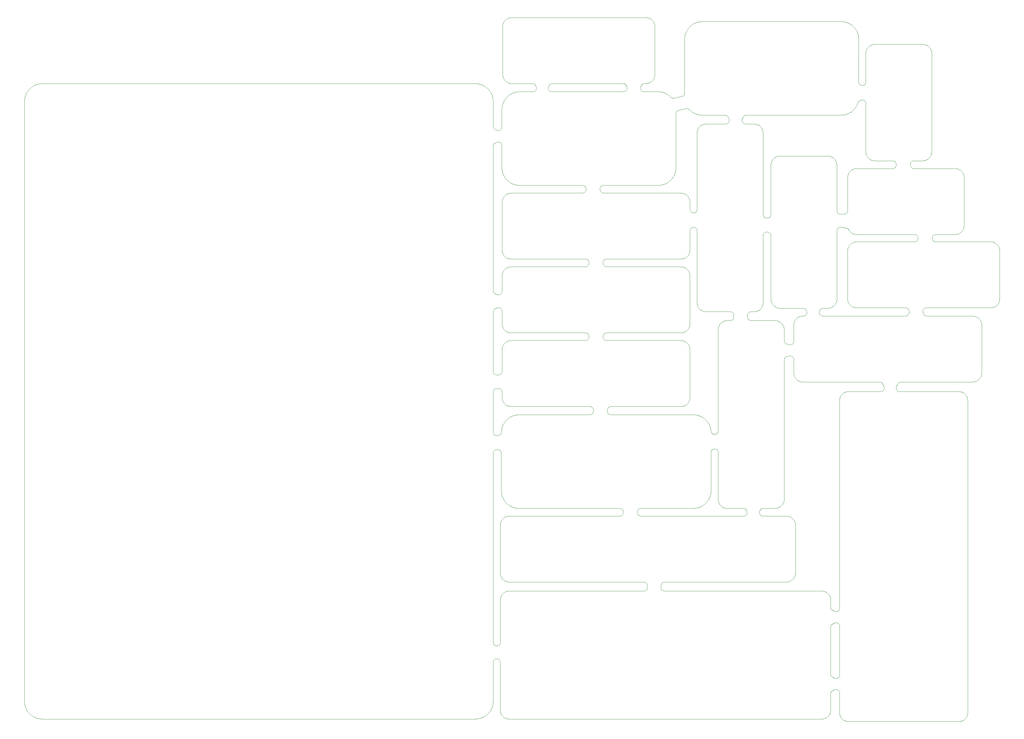
<source format=gko>
%MOIN*%
%OFA0B0*%
%FSLAX36Y36*%
%IPPOS*%
%LPD*%
%ADD10C,0*%
D10*
X008558514Y002275572D02*
X008558514Y002275572D01*
X008297218Y002275572D01*
X008293392Y002275758D01*
X008289603Y002276316D01*
X008285885Y002277238D01*
X008282275Y002278518D01*
X008278806Y002280143D01*
X008275512Y002282096D01*
X008272423Y002284361D01*
X008269568Y002286915D01*
X008266976Y002289735D01*
X008264669Y002292793D01*
X008262671Y002296061D01*
X008261000Y002299507D01*
X008259671Y002303099D01*
X008258698Y002306804D01*
X008258090Y002310586D01*
X008257851Y002314409D01*
X008257986Y002318237D01*
X008258492Y002322033D01*
X008259364Y002325763D01*
X008260595Y002329390D01*
X008263708Y002337282D01*
X008264636Y002339443D01*
X008265692Y002341545D01*
X008266871Y002343580D01*
X008268169Y002345541D01*
X008269583Y002347422D01*
X008271106Y002349214D01*
X008272733Y002350912D01*
X008274459Y002352510D01*
X008276278Y002354002D01*
X008278182Y002355383D01*
X008280165Y002356647D01*
X008282220Y002357791D01*
X008284340Y002358810D01*
X008286517Y002359701D01*
X008288743Y002360460D01*
X008291011Y002361085D01*
X008293312Y002361573D01*
X008295638Y002361923D01*
X008297980Y002362134D01*
X008300331Y002362204D01*
X008432372Y002362204D01*
X008444775Y002362955D01*
X008456998Y002365194D01*
X008468862Y002368891D01*
X008480193Y002373991D01*
X008490828Y002380420D01*
X008500609Y002388084D01*
X008509396Y002396870D01*
X008517059Y002406652D01*
X008523488Y002417286D01*
X008528588Y002428617D01*
X008532285Y002440481D01*
X008534525Y002452704D01*
X008535275Y002465107D01*
X008535275Y004025677D01*
X008535365Y004028342D01*
X008535636Y004030996D01*
X008536085Y004033625D01*
X008536712Y004036217D01*
X008537513Y004038761D01*
X008538484Y004041245D01*
X008539621Y004043657D01*
X008540918Y004045987D01*
X008542371Y004048224D01*
X008543971Y004050358D01*
X008545713Y004052378D01*
X008547587Y004054275D01*
X008549585Y004056042D01*
X008551698Y004057668D01*
X008553917Y004059149D01*
X008556231Y004060475D01*
X008558629Y004061642D01*
X008561101Y004062644D01*
X008563634Y004063476D01*
X008566219Y004064135D01*
X008594429Y004070316D01*
X008597893Y004070914D01*
X008601397Y004071201D01*
X008604913Y004071174D01*
X008608412Y004070834D01*
X008611866Y004070183D01*
X008615249Y004069226D01*
X008618533Y004067971D01*
X008621692Y004066429D01*
X008624701Y004064611D01*
X008627536Y004062531D01*
X008630174Y004060207D01*
X008632594Y004057657D01*
X008634777Y004054902D01*
X008636705Y004051962D01*
X008638363Y004048862D01*
X008639739Y004045627D01*
X008640820Y004042282D01*
X008641599Y004038854D01*
X008642068Y004035370D01*
X008642225Y004031858D01*
X008642225Y003882430D01*
X008642975Y003870026D01*
X008645215Y003857803D01*
X008648912Y003845939D01*
X008654012Y003834608D01*
X008660441Y003823974D01*
X008668104Y003814192D01*
X008676891Y003805406D01*
X008686673Y003797742D01*
X008697307Y003791314D01*
X008708638Y003786214D01*
X008720502Y003782517D01*
X008732724Y003780277D01*
X008745128Y003779527D01*
X009603423Y003779527D01*
X009605664Y003779463D01*
X009607898Y003779272D01*
X009610118Y003778954D01*
X009612315Y003778510D01*
X009614484Y003777941D01*
X009616617Y003777250D01*
X009618708Y003776439D01*
X009620748Y003775510D01*
X009622733Y003774467D01*
X009624654Y003773312D01*
X009626507Y003772049D01*
X009628286Y003770683D01*
X009629983Y003769219D01*
X009631594Y003767659D01*
X009633114Y003766011D01*
X009634538Y003764279D01*
X009635861Y003762469D01*
X009637078Y003760586D01*
X009638187Y003758637D01*
X009639182Y003756628D01*
X009652239Y003728281D01*
X009653706Y003724625D01*
X009654800Y003720839D01*
X009655511Y003716964D01*
X009655831Y003713037D01*
X009655756Y003709097D01*
X009655288Y003705185D01*
X009654432Y003701339D01*
X009653195Y003697598D01*
X009651590Y003693999D01*
X009649634Y003690579D01*
X009647346Y003687371D01*
X009644749Y003684409D01*
X009641868Y003681720D01*
X009638733Y003679333D01*
X009635376Y003677271D01*
X009631829Y003675556D01*
X009628128Y003674203D01*
X009624311Y003673227D01*
X009620415Y003672638D01*
X009616480Y003672440D01*
X009255866Y003672440D01*
X009242813Y003671585D01*
X009229983Y003669033D01*
X009217597Y003664829D01*
X009205866Y003659043D01*
X009194989Y003651776D01*
X009185155Y003643151D01*
X009176530Y003633317D01*
X009169263Y003622441D01*
X009163477Y003610709D01*
X009159273Y003598323D01*
X009156721Y003585493D01*
X009155866Y003572441D01*
X009155866Y001242642D01*
X009155666Y001238684D01*
X009155070Y001234766D01*
X009154083Y001230928D01*
X009152715Y001227209D01*
X009150980Y001223646D01*
X009148896Y001220276D01*
X009146483Y001217132D01*
X009143767Y001214247D01*
X009140774Y001211649D01*
X009137536Y001209365D01*
X009134084Y001207419D01*
X009130454Y001205829D01*
X009126683Y001204612D01*
X009122808Y001203781D01*
X009118870Y001203343D01*
X009114907Y001203304D01*
X009110961Y001203662D01*
X009107070Y001204416D01*
X009103275Y001205557D01*
X009099614Y001207074D01*
X009077606Y001217520D01*
X009075629Y001218528D01*
X009073711Y001219646D01*
X009071860Y001220869D01*
X009070080Y001222196D01*
X009068378Y001223620D01*
X009066759Y001225138D01*
X009065228Y001226745D01*
X009063790Y001228436D01*
X009062450Y001230205D01*
X009061211Y001232047D01*
X009060079Y001233956D01*
X009059055Y001235925D01*
X009058144Y001237949D01*
X009057349Y001240021D01*
X009056672Y001242135D01*
X009056115Y001244283D01*
X009055679Y001246460D01*
X009055368Y001248657D01*
X009055180Y001250869D01*
X009055118Y001253087D01*
X009055118Y001334999D01*
X009054262Y001348052D01*
X009051710Y001360881D01*
X009047506Y001373268D01*
X009041720Y001384999D01*
X009034453Y001395876D01*
X009025829Y001405710D01*
X009015994Y001414335D01*
X009005117Y001421602D01*
X008993386Y001427387D01*
X008981000Y001431592D01*
X008968170Y001434144D01*
X008955117Y001434999D01*
X007193590Y001434999D01*
X007190501Y001435121D01*
X007187431Y001435484D01*
X007184399Y001436087D01*
X007181424Y001436926D01*
X007178524Y001437996D01*
X007175716Y001439290D01*
X007173019Y001440801D01*
X007170449Y001442518D01*
X007168021Y001444432D01*
X007165751Y001446530D01*
X007163653Y001448800D01*
X007161739Y001451228D01*
X007160022Y001453798D01*
X007158511Y001456495D01*
X007157217Y001459302D01*
X007156147Y001462203D01*
X007155308Y001465178D01*
X007154704Y001468210D01*
X007154341Y001471279D01*
X007154220Y001474368D01*
X007154219Y001496139D01*
X007154340Y001499228D01*
X007154703Y001502298D01*
X007155306Y001505330D01*
X007156145Y001508305D01*
X007157215Y001511206D01*
X007158509Y001514013D01*
X007160020Y001516710D01*
X007161737Y001519281D01*
X007163651Y001521708D01*
X007165749Y001523978D01*
X007168019Y001526077D01*
X007170447Y001527991D01*
X007173017Y001529708D01*
X007175714Y001531219D01*
X007178521Y001532513D01*
X007181421Y001533583D01*
X007184397Y001534422D01*
X007187428Y001535026D01*
X007190498Y001535389D01*
X007193587Y001535511D01*
X008558514Y001535572D01*
X008570918Y001536322D01*
X008583140Y001538562D01*
X008595004Y001542259D01*
X008606336Y001547359D01*
X008616970Y001553788D01*
X008626751Y001561451D01*
X008635538Y001570238D01*
X008643202Y001580019D01*
X008649630Y001590653D01*
X008654730Y001601985D01*
X008658427Y001613849D01*
X008660666Y001626071D01*
X008661417Y001638475D01*
X008661417Y002172669D01*
X008660666Y002185073D01*
X008658427Y002197295D01*
X008654730Y002209159D01*
X008649630Y002220490D01*
X008643201Y002231125D01*
X008635538Y002240906D01*
X008626751Y002249693D01*
X008616969Y002257357D01*
X008606336Y002263785D01*
X008595004Y002268885D01*
X008583140Y002272582D01*
X008570918Y002274822D01*
X008558514Y002275572D01*
X009893385Y004519527D02*
X009893385Y004519527D01*
X008966448Y004519527D01*
X008962621Y004519713D01*
X008958830Y004520271D01*
X008955112Y004521194D01*
X008951500Y004522475D01*
X008948031Y004524100D01*
X008944736Y004526055D01*
X008941646Y004528321D01*
X008938791Y004530877D01*
X008936199Y004533698D01*
X008933892Y004536758D01*
X008931895Y004540027D01*
X008930224Y004543475D01*
X008928896Y004547069D01*
X008927925Y004550776D01*
X008927318Y004554559D01*
X008927081Y004558383D01*
X008927218Y004562212D01*
X008927726Y004566010D01*
X008928601Y004569740D01*
X008929834Y004573368D01*
X008933008Y004581400D01*
X008933937Y004583559D01*
X008934994Y004585660D01*
X008936173Y004587693D01*
X008937472Y004589652D01*
X008938886Y004591531D01*
X008940409Y004593321D01*
X008942036Y004595018D01*
X008943762Y004596614D01*
X008945580Y004598105D01*
X008947484Y004599484D01*
X008949466Y004600748D01*
X008951520Y004601890D01*
X008953639Y004602909D01*
X008955815Y004603798D01*
X008958041Y004604557D01*
X008960307Y004605181D01*
X008962607Y004605669D01*
X008964931Y004606018D01*
X008967273Y004606229D01*
X008969623Y004606299D01*
X009022923Y004606299D01*
X009035327Y004607049D01*
X009047550Y004609289D01*
X009059413Y004612986D01*
X009070744Y004618086D01*
X009081379Y004624515D01*
X009091161Y004632178D01*
X009099947Y004640965D01*
X009107611Y004650746D01*
X009114039Y004661380D01*
X009119139Y004672712D01*
X009122836Y004684576D01*
X009125076Y004696798D01*
X009125826Y004709202D01*
X009125826Y005477659D01*
X009125981Y005481143D01*
X009126443Y005484599D01*
X009127209Y005488002D01*
X009128273Y005491323D01*
X009129627Y005494536D01*
X009131260Y005497618D01*
X009133160Y005500542D01*
X009135310Y005503288D01*
X009137695Y005505832D01*
X009140296Y005508155D01*
X009143093Y005510239D01*
X009146062Y005512067D01*
X009149182Y005513625D01*
X009152428Y005514901D01*
X009155774Y005515885D01*
X009159193Y005516569D01*
X009162660Y005516947D01*
X009166147Y005517018D01*
X009169626Y005516779D01*
X009173070Y005516234D01*
X009232737Y005504054D01*
X009234322Y005503696D01*
X009235891Y005503273D01*
X009237442Y005502786D01*
X009238971Y005502235D01*
X009240475Y005501621D01*
X009241954Y005500946D01*
X009243403Y005500211D01*
X009244821Y005499416D01*
X009246204Y005498563D01*
X009247552Y005497654D01*
X009248860Y005496690D01*
X009250128Y005495673D01*
X009251352Y005494605D01*
X009252532Y005493487D01*
X009253664Y005492321D01*
X009254748Y005491109D01*
X009255780Y005489854D01*
X009256760Y005488557D01*
X009257685Y005487221D01*
X009258554Y005485848D01*
X009263590Y005477518D01*
X009271254Y005467736D01*
X009280040Y005458949D01*
X009289822Y005451286D01*
X009300456Y005444857D01*
X009311788Y005439757D01*
X009323651Y005436061D01*
X009335874Y005433820D01*
X009348278Y005433070D01*
X009994960Y005433070D01*
X009998977Y005432865D01*
X010002951Y005432251D01*
X010006843Y005431234D01*
X010010610Y005429826D01*
X010014214Y005428041D01*
X010017617Y005425898D01*
X010020783Y005423418D01*
X010023681Y005420629D01*
X010026278Y005417558D01*
X010028549Y005414239D01*
X010030469Y005410705D01*
X010032018Y005406994D01*
X010033181Y005403144D01*
X010033945Y005399195D01*
X010034302Y005395189D01*
X010034249Y005391168D01*
X010033786Y005387173D01*
X010032917Y005383246D01*
X010031653Y005379428D01*
X010030005Y005375760D01*
X010028352Y005372531D01*
X010027315Y005370636D01*
X010026176Y005368800D01*
X010024938Y005367030D01*
X010023604Y005365330D01*
X010022179Y005363706D01*
X010020668Y005362162D01*
X010019074Y005360704D01*
X010017402Y005359336D01*
X010015658Y005358061D01*
X010013846Y005356884D01*
X010011973Y005355807D01*
X010010043Y005354836D01*
X010008063Y005353971D01*
X010006039Y005353217D01*
X010003976Y005352575D01*
X010001881Y005352047D01*
X009999760Y005351634D01*
X009997620Y005351339D01*
X009995467Y005351161D01*
X009993308Y005351102D01*
X009347243Y005351102D01*
X009334840Y005350351D01*
X009322617Y005348111D01*
X009310753Y005344414D01*
X009299422Y005339314D01*
X009288788Y005332886D01*
X009279006Y005325223D01*
X009270220Y005316436D01*
X009262556Y005306654D01*
X009256128Y005296020D01*
X009251027Y005284689D01*
X009247331Y005272825D01*
X009245091Y005260602D01*
X009244340Y005248199D01*
X009244340Y004714005D01*
X009245091Y004701601D01*
X009247331Y004689378D01*
X009251027Y004677515D01*
X009256128Y004666183D01*
X009262556Y004655549D01*
X009270220Y004645767D01*
X009279006Y004636981D01*
X009288788Y004629317D01*
X009299422Y004622888D01*
X009310753Y004617788D01*
X009322617Y004614092D01*
X009334840Y004611852D01*
X009347244Y004611102D01*
X009895260Y004611102D01*
X009898633Y004610957D01*
X009901982Y004610524D01*
X009905281Y004609805D01*
X009908506Y004608807D01*
X009911634Y004607535D01*
X009914642Y004606000D01*
X009917507Y004604214D01*
X009920208Y004602188D01*
X009922726Y004599938D01*
X009925042Y004597481D01*
X009927139Y004594834D01*
X009929001Y004592018D01*
X009930615Y004589052D01*
X009931969Y004585959D01*
X009933053Y004582761D01*
X009933859Y004579482D01*
X009934382Y004576146D01*
X009934616Y004572778D01*
X009934561Y004569402D01*
X009934217Y004566043D01*
X009932342Y004553208D01*
X009931838Y004550448D01*
X009931139Y004547730D01*
X009930247Y004545069D01*
X009929169Y004542479D01*
X009927909Y004539972D01*
X009926473Y004537561D01*
X009924869Y004535258D01*
X009923105Y004533076D01*
X009921191Y004531024D01*
X009919135Y004529114D01*
X009916948Y004527356D01*
X009914641Y004525758D01*
X009912227Y004524328D01*
X009909717Y004523074D01*
X009907124Y004522001D01*
X009904461Y004521117D01*
X009901741Y004520424D01*
X009898980Y004519926D01*
X009896190Y004519627D01*
X009893385Y004519527D01*
X008535275Y004365107D02*
X008535275Y004365107D01*
X008534524Y004377511D01*
X008532285Y004389733D01*
X008528588Y004401597D01*
X008523488Y004412929D01*
X008517059Y004423563D01*
X008509396Y004433344D01*
X008500609Y004442131D01*
X008490828Y004449795D01*
X008480193Y004456223D01*
X008468862Y004461323D01*
X008456998Y004465020D01*
X008444775Y004467260D01*
X008432372Y004468010D01*
X008163035Y004468010D01*
X008159946Y004468132D01*
X008156876Y004468495D01*
X008153844Y004469098D01*
X008150869Y004469937D01*
X008147968Y004471007D01*
X008145161Y004472301D01*
X008142464Y004473812D01*
X008139894Y004475529D01*
X008137466Y004477443D01*
X008135196Y004479542D01*
X008133097Y004481812D01*
X008131184Y004484239D01*
X008129466Y004486810D01*
X008127956Y004489507D01*
X008126661Y004492314D01*
X008125591Y004495214D01*
X008124752Y004498190D01*
X008124149Y004501222D01*
X008123786Y004504291D01*
X008123665Y004507380D01*
X008123665Y004527559D01*
X008123786Y004530648D01*
X008124149Y004533718D01*
X008124752Y004536749D01*
X008125591Y004539725D01*
X008126661Y004542625D01*
X008127956Y004545432D01*
X008129466Y004548129D01*
X008131184Y004550700D01*
X008133097Y004553127D01*
X008135196Y004555398D01*
X008137466Y004557496D01*
X008139894Y004559410D01*
X008142464Y004561127D01*
X008145161Y004562638D01*
X008147968Y004563932D01*
X008150869Y004565002D01*
X008153844Y004565841D01*
X008156876Y004566444D01*
X008159946Y004566807D01*
X008163035Y004566929D01*
X008196151Y004566929D01*
X008208555Y004567679D01*
X008220778Y004569919D01*
X008232641Y004573616D01*
X008243973Y004578716D01*
X008254607Y004585144D01*
X008264389Y004592808D01*
X008273176Y004601594D01*
X008280839Y004611376D01*
X008287268Y004622010D01*
X008292368Y004633342D01*
X008296064Y004645205D01*
X008298304Y004657428D01*
X008299054Y004669832D01*
X008299054Y005421239D01*
X008299176Y005424327D01*
X008299539Y005427397D01*
X008300142Y005430429D01*
X008300981Y005433405D01*
X008302051Y005436305D01*
X008303345Y005439112D01*
X008304856Y005441809D01*
X008306573Y005444380D01*
X008308487Y005446807D01*
X008310586Y005449077D01*
X008312856Y005451176D01*
X008315283Y005453090D01*
X008317854Y005454807D01*
X008320551Y005456318D01*
X008323358Y005457612D01*
X008326258Y005458682D01*
X008329234Y005459521D01*
X008332266Y005460124D01*
X008335335Y005460487D01*
X008338424Y005460609D01*
X008346456Y005460609D01*
X008349545Y005460487D01*
X008352615Y005460124D01*
X008355647Y005459521D01*
X008358622Y005458682D01*
X008361523Y005457612D01*
X008364330Y005456318D01*
X008367027Y005454807D01*
X008369597Y005453090D01*
X008372025Y005451176D01*
X008374295Y005449077D01*
X008376394Y005446807D01*
X008378307Y005444380D01*
X008380025Y005441809D01*
X008381535Y005439112D01*
X008382829Y005436305D01*
X008383899Y005433405D01*
X008384739Y005430429D01*
X008385342Y005427397D01*
X008385705Y005424327D01*
X008385826Y005421239D01*
X008385826Y004709202D01*
X008386576Y004696798D01*
X008388816Y004684576D01*
X008392513Y004672712D01*
X008397613Y004661380D01*
X008404042Y004650746D01*
X008411705Y004640965D01*
X008420492Y004632178D01*
X008430274Y004624514D01*
X008440907Y004618086D01*
X008452239Y004612986D01*
X008464103Y004609289D01*
X008476325Y004607049D01*
X008488729Y004606299D01*
X008746912Y004606299D01*
X008749262Y004606229D01*
X008751603Y004606018D01*
X008753928Y004605669D01*
X008756227Y004605181D01*
X008758494Y004604557D01*
X008760719Y004603798D01*
X008762895Y004602909D01*
X008765014Y004601890D01*
X008767068Y004600748D01*
X008769051Y004599484D01*
X008770955Y004598105D01*
X008772772Y004596614D01*
X008774498Y004595018D01*
X008776125Y004593321D01*
X008777649Y004591531D01*
X008779062Y004589652D01*
X008780361Y004587693D01*
X008781541Y004585660D01*
X008782597Y004583559D01*
X008783526Y004581400D01*
X008786701Y004573368D01*
X008787934Y004569740D01*
X008788809Y004566010D01*
X008789317Y004562212D01*
X008789453Y004558383D01*
X008789217Y004554559D01*
X008788610Y004550776D01*
X008787638Y004547069D01*
X008786310Y004543475D01*
X008784640Y004540027D01*
X008782642Y004536758D01*
X008780336Y004533698D01*
X008777743Y004530877D01*
X008774888Y004528321D01*
X008771799Y004526055D01*
X008768504Y004524100D01*
X008765034Y004522475D01*
X008761423Y004521194D01*
X008757704Y004520271D01*
X008753913Y004519713D01*
X008750086Y004519527D01*
X008745128Y004519527D01*
X008732724Y004518776D01*
X008720502Y004516536D01*
X008708638Y004512840D01*
X008697307Y004507740D01*
X008686672Y004501311D01*
X008676891Y004493648D01*
X008668104Y004484861D01*
X008660440Y004475079D01*
X008654012Y004464445D01*
X008648912Y004453114D01*
X008645215Y004441250D01*
X008642975Y004429028D01*
X008642225Y004416624D01*
X008642225Y004235858D01*
X008642068Y004232346D01*
X008641599Y004228862D01*
X008640820Y004225434D01*
X008639739Y004222088D01*
X008638363Y004218853D01*
X008636705Y004215753D01*
X008634777Y004212814D01*
X008632594Y004210058D01*
X008630174Y004207508D01*
X008627536Y004205184D01*
X008624701Y004203105D01*
X008621692Y004201287D01*
X008618533Y004199744D01*
X008615249Y004198490D01*
X008611866Y004197533D01*
X008608412Y004196882D01*
X008604913Y004196542D01*
X008601397Y004196515D01*
X008597893Y004196802D01*
X008594429Y004197400D01*
X008566219Y004203581D01*
X008563634Y004204239D01*
X008561101Y004205072D01*
X008558629Y004206073D01*
X008556231Y004207240D01*
X008553917Y004208567D01*
X008551698Y004210047D01*
X008549585Y004211674D01*
X008547587Y004213440D01*
X008545713Y004215338D01*
X008543971Y004217358D01*
X008542371Y004219491D01*
X008540918Y004221728D01*
X008539621Y004224058D01*
X008538484Y004226471D01*
X008537513Y004228955D01*
X008536712Y004231499D01*
X008536085Y004234091D01*
X008535636Y004236720D01*
X008535365Y004239373D01*
X008535275Y004242039D01*
X008535275Y004365107D01*
X007715681Y003229626D02*
X007715681Y003229626D01*
X007714958Y003237271D01*
X007712992Y003249680D01*
X007710251Y003261942D01*
X007706746Y003274007D01*
X007702490Y003285829D01*
X007697500Y003297360D01*
X007691796Y003308555D01*
X007685400Y003319369D01*
X007678338Y003329761D01*
X007670638Y003339689D01*
X007662329Y003349113D01*
X007653444Y003357998D01*
X007644020Y003366306D01*
X007634092Y003374007D01*
X007623701Y003381070D01*
X007612885Y003387465D01*
X007601691Y003393169D01*
X007590160Y003398159D01*
X007578338Y003402415D01*
X007566273Y003405921D01*
X007554011Y003408661D01*
X007541602Y003410627D01*
X007529093Y003411809D01*
X007516535Y003412204D01*
X006592848Y003412204D01*
X006589759Y003412326D01*
X006586690Y003412689D01*
X006583658Y003413292D01*
X006580682Y003414131D01*
X006577782Y003415201D01*
X006574975Y003416495D01*
X006572278Y003418006D01*
X006569707Y003419723D01*
X006567280Y003421637D01*
X006565010Y003423735D01*
X006562911Y003426005D01*
X006560997Y003428433D01*
X006559280Y003431003D01*
X006557769Y003433701D01*
X006556475Y003436508D01*
X006555405Y003439408D01*
X006554566Y003442383D01*
X006553963Y003445415D01*
X006553600Y003448485D01*
X006553478Y003451574D01*
X006553478Y003464566D01*
X006553600Y003467655D01*
X006553963Y003470725D01*
X006554566Y003473757D01*
X006555405Y003476732D01*
X006556475Y003479633D01*
X006557769Y003482440D01*
X006559280Y003485137D01*
X006560997Y003487708D01*
X006562911Y003490135D01*
X006565010Y003492405D01*
X006567280Y003494504D01*
X006569707Y003496417D01*
X006572278Y003498135D01*
X006574975Y003499645D01*
X006577782Y003500940D01*
X006580682Y003502010D01*
X006583658Y003502849D01*
X006586690Y003503452D01*
X006589759Y003503815D01*
X006592848Y003503937D01*
X007377412Y003503937D01*
X007389815Y003504687D01*
X007402037Y003506926D01*
X007413901Y003510623D01*
X007425233Y003515723D01*
X007435867Y003522152D01*
X007445649Y003529815D01*
X007454435Y003538602D01*
X007462099Y003548384D01*
X007468527Y003559017D01*
X007473627Y003570349D01*
X007477324Y003582213D01*
X007479564Y003594436D01*
X007480314Y003606839D01*
X007480314Y004141033D01*
X007479564Y004153437D01*
X007477324Y004165660D01*
X007473627Y004177523D01*
X007468527Y004188855D01*
X007462099Y004199489D01*
X007454435Y004209271D01*
X007445649Y004218057D01*
X007435867Y004225721D01*
X007425233Y004232149D01*
X007413901Y004237249D01*
X007402037Y004240946D01*
X007389815Y004243186D01*
X007377412Y004243936D01*
X006545690Y004243936D01*
X006542601Y004244058D01*
X006539531Y004244421D01*
X006536499Y004245024D01*
X006533524Y004245863D01*
X006530623Y004246933D01*
X006527816Y004248227D01*
X006525119Y004249738D01*
X006522549Y004251455D01*
X006520121Y004253369D01*
X006517851Y004255468D01*
X006515752Y004257738D01*
X006513839Y004260165D01*
X006512121Y004262736D01*
X006510611Y004265433D01*
X006509316Y004268240D01*
X006508247Y004271140D01*
X006507407Y004274116D01*
X006506804Y004277148D01*
X006506441Y004280217D01*
X006506320Y004283306D01*
X006506320Y004291338D01*
X006506441Y004294427D01*
X006506804Y004297497D01*
X006507407Y004300529D01*
X006508247Y004303504D01*
X006509316Y004306404D01*
X006510611Y004309212D01*
X006512121Y004311909D01*
X006513839Y004314479D01*
X006515752Y004316907D01*
X006517851Y004319177D01*
X006520121Y004321275D01*
X006522549Y004323189D01*
X006525119Y004324907D01*
X006527816Y004326417D01*
X006530623Y004327711D01*
X006533524Y004328781D01*
X006536499Y004329620D01*
X006539531Y004330223D01*
X006542601Y004330587D01*
X006545690Y004330708D01*
X007377412Y004330708D01*
X007389815Y004331458D01*
X007402038Y004333698D01*
X007413901Y004337395D01*
X007425233Y004342495D01*
X007435867Y004348923D01*
X007445649Y004356587D01*
X007454435Y004365373D01*
X007462099Y004375155D01*
X007468527Y004385789D01*
X007473627Y004397121D01*
X007477324Y004408985D01*
X007479564Y004421207D01*
X007480314Y004433611D01*
X007480314Y004967805D01*
X007479564Y004980209D01*
X007477324Y004992431D01*
X007473627Y005004295D01*
X007468527Y005015626D01*
X007462099Y005026260D01*
X007454435Y005036042D01*
X007445649Y005044829D01*
X007435867Y005052492D01*
X007425233Y005058921D01*
X007413901Y005064021D01*
X007402038Y005067717D01*
X007389815Y005069957D01*
X007377412Y005070708D01*
X006545690Y005070708D01*
X006542601Y005070829D01*
X006539531Y005071192D01*
X006536499Y005071796D01*
X006533524Y005072635D01*
X006530623Y005073705D01*
X006527816Y005074999D01*
X006525119Y005076509D01*
X006522549Y005078227D01*
X006520121Y005080141D01*
X006517851Y005082239D01*
X006515752Y005084509D01*
X006513839Y005086937D01*
X006512121Y005089507D01*
X006510611Y005092204D01*
X006509316Y005095012D01*
X006508247Y005097912D01*
X006507407Y005100887D01*
X006506804Y005103919D01*
X006506441Y005106989D01*
X006506320Y005110078D01*
X006506320Y005118110D01*
X006506441Y005121199D01*
X006506804Y005124269D01*
X006507407Y005127300D01*
X006508247Y005130276D01*
X006509316Y005133176D01*
X006510611Y005135983D01*
X006512121Y005138681D01*
X006513839Y005141251D01*
X006515752Y005143679D01*
X006517851Y005145949D01*
X006520121Y005148047D01*
X006522549Y005149961D01*
X006525119Y005151678D01*
X006527816Y005153189D01*
X006530623Y005154483D01*
X006533524Y005155553D01*
X006536499Y005156392D01*
X006539531Y005156995D01*
X006542601Y005157358D01*
X006545690Y005157480D01*
X007377412Y005157480D01*
X007389815Y005158230D01*
X007402038Y005160469D01*
X007413901Y005164166D01*
X007425233Y005169266D01*
X007435867Y005175695D01*
X007445649Y005183358D01*
X007454435Y005192145D01*
X007462099Y005201927D01*
X007468527Y005212561D01*
X007473627Y005223892D01*
X007477324Y005235756D01*
X007479564Y005247979D01*
X007480314Y005260382D01*
X007480314Y005474980D01*
X007480436Y005478069D01*
X007480799Y005481139D01*
X007481402Y005484171D01*
X007482241Y005487146D01*
X007483311Y005490047D01*
X007484606Y005492854D01*
X007486116Y005495551D01*
X007487833Y005498122D01*
X007489747Y005500549D01*
X007491846Y005502819D01*
X007494116Y005504918D01*
X007496543Y005506831D01*
X007499114Y005508549D01*
X007501811Y005510059D01*
X007504618Y005511354D01*
X007507519Y005512424D01*
X007510494Y005513263D01*
X007513526Y005513866D01*
X007516596Y005514229D01*
X007519685Y005514350D01*
X007519685Y005514350D01*
X007522774Y005514229D01*
X007525844Y005513866D01*
X007528875Y005513263D01*
X007531851Y005512424D01*
X007534751Y005511354D01*
X007537558Y005510059D01*
X007540255Y005508549D01*
X007542826Y005506831D01*
X007545253Y005504918D01*
X007547524Y005502819D01*
X007549622Y005500549D01*
X007551536Y005498122D01*
X007553253Y005495551D01*
X007554764Y005492854D01*
X007556058Y005490047D01*
X007557128Y005487146D01*
X007557967Y005484171D01*
X007558570Y005481139D01*
X007558933Y005478069D01*
X007559055Y005474980D01*
X007559055Y004669832D01*
X007559805Y004657428D01*
X007562044Y004645205D01*
X007565741Y004633342D01*
X007570841Y004622010D01*
X007577270Y004611376D01*
X007584933Y004601594D01*
X007593720Y004592808D01*
X007603502Y004585144D01*
X007614136Y004578716D01*
X007625467Y004573616D01*
X007637331Y004569919D01*
X007649554Y004567679D01*
X007661957Y004566929D01*
X007931295Y004566929D01*
X007934384Y004566807D01*
X007937454Y004566444D01*
X007940486Y004565841D01*
X007943461Y004565002D01*
X007946361Y004563932D01*
X007949169Y004562638D01*
X007951866Y004561127D01*
X007954436Y004559410D01*
X007956864Y004557496D01*
X007959134Y004555398D01*
X007961232Y004553127D01*
X007963146Y004550700D01*
X007964864Y004548129D01*
X007966374Y004545432D01*
X007967668Y004542625D01*
X007968738Y004539725D01*
X007969577Y004536749D01*
X007970180Y004533718D01*
X007970544Y004530648D01*
X007970665Y004527559D01*
X007970665Y004507380D01*
X007970544Y004504291D01*
X007970180Y004501222D01*
X007969577Y004498190D01*
X007968738Y004495214D01*
X007967668Y004492314D01*
X007966374Y004489507D01*
X007964864Y004486810D01*
X007963146Y004484239D01*
X007961232Y004481812D01*
X007959134Y004479542D01*
X007956864Y004477443D01*
X007954436Y004475529D01*
X007951866Y004473812D01*
X007949169Y004472301D01*
X007946361Y004471007D01*
X007943461Y004469937D01*
X007940486Y004469098D01*
X007937454Y004468495D01*
X007934384Y004468132D01*
X007931295Y004468010D01*
X007898178Y004468010D01*
X007885774Y004467260D01*
X007873552Y004465020D01*
X007861688Y004461323D01*
X007850356Y004456223D01*
X007839722Y004449795D01*
X007829941Y004442131D01*
X007821154Y004433344D01*
X007813490Y004423563D01*
X007807062Y004412929D01*
X007801962Y004401597D01*
X007798265Y004389733D01*
X007796025Y004377511D01*
X007795275Y004365107D01*
X007795275Y003229910D01*
X007794876Y003224320D01*
X007793688Y003218844D01*
X007791734Y003213591D01*
X007789054Y003208670D01*
X007785702Y003204178D01*
X007781747Y003200208D01*
X007777268Y003196840D01*
X007772356Y003194142D01*
X007767111Y003192169D01*
X007761638Y003190960D01*
X007756050Y003190541D01*
X007750459Y003190919D01*
X007744978Y003192087D01*
X007739718Y003194022D01*
X007734787Y003196684D01*
X007730283Y003200019D01*
X007726298Y003203960D01*
X007722914Y003208426D01*
X007720198Y003213328D01*
X007718205Y003218566D01*
X007717176Y003221986D01*
X007717065Y003222360D01*
X007716958Y003222735D01*
X007716855Y003223111D01*
X007716756Y003223488D01*
X007716660Y003223866D01*
X007716569Y003224245D01*
X007716480Y003224625D01*
X007716396Y003225005D01*
X007716316Y003225387D01*
X007716239Y003225769D01*
X007716166Y003226152D01*
X007716097Y003226536D01*
X007716031Y003226920D01*
X007715970Y003227305D01*
X007715912Y003227691D01*
X007715858Y003228077D01*
X007715808Y003228463D01*
X007715762Y003228850D01*
X007715719Y003229238D01*
X007715681Y003229626D01*
X005275590Y004804714D02*
X005275590Y004804714D01*
X005275590Y006424077D01*
X005275655Y006426330D01*
X005275848Y006428575D01*
X005276169Y006430805D01*
X005276618Y006433013D01*
X005277192Y006435192D01*
X005277889Y006437335D01*
X005278708Y006439434D01*
X005279646Y006441482D01*
X005280700Y006443474D01*
X005281866Y006445403D01*
X005283140Y006447261D01*
X005284519Y006449043D01*
X005285997Y006450744D01*
X005287570Y006452357D01*
X005289233Y006453878D01*
X005290980Y006455301D01*
X005292805Y006456622D01*
X005294703Y006457836D01*
X005296668Y006458940D01*
X005298692Y006459929D01*
X005317196Y006468325D01*
X005320851Y006469768D01*
X005324631Y006470840D01*
X005328499Y006471529D01*
X005332417Y006471829D01*
X005336344Y006471738D01*
X005340244Y006471255D01*
X005344075Y006470386D01*
X005347801Y006469140D01*
X005351385Y006467528D01*
X005354790Y006465568D01*
X005357982Y006463277D01*
X005360930Y006460680D01*
X005363605Y006457802D01*
X005365979Y006454672D01*
X005368030Y006451320D01*
X005369736Y006447781D01*
X005371081Y006444090D01*
X005372052Y006440282D01*
X005372638Y006436397D01*
X005372834Y006432473D01*
X005372834Y006184251D01*
X005373229Y006171693D01*
X005374411Y006159184D01*
X005376377Y006146775D01*
X005379117Y006134513D01*
X005382623Y006122448D01*
X005386879Y006110626D01*
X005391868Y006099095D01*
X005397573Y006087901D01*
X005403968Y006077086D01*
X005411031Y006066694D01*
X005418731Y006056766D01*
X005427040Y006047342D01*
X005435925Y006038457D01*
X005445349Y006030149D01*
X005455277Y006022448D01*
X005465669Y006015386D01*
X005476483Y006008990D01*
X005487678Y006003286D01*
X005499209Y005998296D01*
X005511031Y005994040D01*
X005523096Y005990534D01*
X005535358Y005987794D01*
X005547767Y005985828D01*
X005560276Y005984646D01*
X005572834Y005984251D01*
X006275627Y005984251D01*
X006278716Y005984130D01*
X006281786Y005983767D01*
X006284817Y005983164D01*
X006287793Y005982325D01*
X006290693Y005981255D01*
X006293500Y005979960D01*
X006296198Y005978450D01*
X006298768Y005976732D01*
X006301196Y005974819D01*
X006303466Y005972720D01*
X006305564Y005970450D01*
X006307478Y005968023D01*
X006309195Y005965452D01*
X006310706Y005962755D01*
X006312000Y005959948D01*
X006313070Y005957047D01*
X006313909Y005954072D01*
X006314512Y005951040D01*
X006314875Y005947970D01*
X006314997Y005944881D01*
X006314997Y005936849D01*
X006314875Y005933761D01*
X006314512Y005930691D01*
X006313909Y005927659D01*
X006313070Y005924683D01*
X006312000Y005921783D01*
X006310706Y005918976D01*
X006309195Y005916279D01*
X006307478Y005913708D01*
X006305564Y005911281D01*
X006303466Y005909011D01*
X006301196Y005906912D01*
X006298768Y005904998D01*
X006296198Y005903281D01*
X006293500Y005901771D01*
X006290693Y005900476D01*
X006287793Y005899406D01*
X006284817Y005898567D01*
X006281786Y005897964D01*
X006278716Y005897601D01*
X006275627Y005897479D01*
X005477411Y005897479D01*
X005465008Y005896729D01*
X005452785Y005894489D01*
X005440922Y005890793D01*
X005429590Y005885692D01*
X005418956Y005879264D01*
X005409174Y005871600D01*
X005400388Y005862814D01*
X005392724Y005853032D01*
X005386296Y005842398D01*
X005381196Y005831066D01*
X005377499Y005819203D01*
X005375259Y005806980D01*
X005374509Y005794576D01*
X005374509Y005260382D01*
X005375259Y005247979D01*
X005377499Y005235756D01*
X005381196Y005223892D01*
X005386296Y005212561D01*
X005392724Y005201927D01*
X005400388Y005192145D01*
X005409174Y005183358D01*
X005418956Y005175695D01*
X005429590Y005169266D01*
X005440922Y005164166D01*
X005452785Y005160470D01*
X005465008Y005158230D01*
X005477412Y005157480D01*
X006309134Y005157480D01*
X006312223Y005157358D01*
X006315293Y005156995D01*
X006318324Y005156392D01*
X006321300Y005155553D01*
X006324200Y005154483D01*
X006327007Y005153189D01*
X006329705Y005151678D01*
X006332275Y005149961D01*
X006334703Y005148047D01*
X006336973Y005145949D01*
X006339071Y005143679D01*
X006340985Y005141251D01*
X006342702Y005138681D01*
X006344213Y005135983D01*
X006345507Y005133176D01*
X006346577Y005130276D01*
X006347416Y005127300D01*
X006348019Y005124269D01*
X006348382Y005121199D01*
X006348504Y005118110D01*
X006348504Y005110078D01*
X006348382Y005106989D01*
X006348019Y005103919D01*
X006347416Y005100887D01*
X006346577Y005097912D01*
X006345507Y005095012D01*
X006344213Y005092204D01*
X006342702Y005089507D01*
X006340985Y005086937D01*
X006339071Y005084509D01*
X006336973Y005082239D01*
X006334703Y005080141D01*
X006332275Y005078227D01*
X006329705Y005076509D01*
X006327007Y005074999D01*
X006324200Y005073705D01*
X006321300Y005072635D01*
X006318324Y005071796D01*
X006315293Y005071192D01*
X006312223Y005070829D01*
X006309134Y005070708D01*
X005477411Y005070708D01*
X005465008Y005069957D01*
X005452785Y005067717D01*
X005440922Y005064021D01*
X005429590Y005058921D01*
X005418956Y005052492D01*
X005409174Y005044829D01*
X005400388Y005036042D01*
X005392724Y005026260D01*
X005386296Y005015626D01*
X005381196Y005004295D01*
X005377499Y004992431D01*
X005375259Y004980209D01*
X005374509Y004967805D01*
X005374509Y004796061D01*
X005374317Y004792178D01*
X005373743Y004788333D01*
X005372792Y004784563D01*
X005371474Y004780905D01*
X005369802Y004777395D01*
X005367792Y004774067D01*
X005365464Y004770954D01*
X005362839Y004768085D01*
X005359945Y004765489D01*
X005356808Y004763192D01*
X005353461Y004761215D01*
X005349934Y004759577D01*
X005346264Y004758296D01*
X005342485Y004757383D01*
X005338634Y004756847D01*
X005334749Y004756693D01*
X005330868Y004756924D01*
X005327028Y004757536D01*
X005323268Y004758524D01*
X005319623Y004759877D01*
X005299445Y004768529D01*
X005297364Y004769495D01*
X005295342Y004770580D01*
X005293387Y004771780D01*
X005291505Y004773093D01*
X005289703Y004774513D01*
X005287986Y004776036D01*
X005286362Y004777656D01*
X005284834Y004779368D01*
X005283409Y004781166D01*
X005282090Y004783044D01*
X005280884Y004784995D01*
X005279793Y004787014D01*
X005278822Y004789092D01*
X005277973Y004791224D01*
X005277250Y004793402D01*
X005276655Y004795618D01*
X005276190Y004797864D01*
X005275857Y004800134D01*
X005275657Y004802420D01*
X005275590Y004804714D01*
X005275590Y003898905D02*
X005275590Y003898905D01*
X005275590Y004565364D01*
X005275657Y004567658D01*
X005275857Y004569943D01*
X005276190Y004572213D01*
X005276655Y004574460D01*
X005277250Y004576676D01*
X005277973Y004578854D01*
X005278822Y004580985D01*
X005279793Y004583064D01*
X005280884Y004585083D01*
X005282090Y004587034D01*
X005283409Y004588912D01*
X005284834Y004590710D01*
X005286362Y004592422D01*
X005287986Y004594042D01*
X005289703Y004595565D01*
X005291505Y004596985D01*
X005293387Y004598297D01*
X005295342Y004599498D01*
X005297364Y004600583D01*
X005299445Y004601548D01*
X005319623Y004610200D01*
X005323268Y004611554D01*
X005327028Y004612542D01*
X005330868Y004613154D01*
X005334749Y004613384D01*
X005338634Y004613231D01*
X005342485Y004612695D01*
X005346264Y004611782D01*
X005349934Y004610500D01*
X005353461Y004608863D01*
X005356808Y004606886D01*
X005359945Y004604588D01*
X005362839Y004601993D01*
X005365464Y004599124D01*
X005367792Y004596010D01*
X005369802Y004592683D01*
X005371474Y004589173D01*
X005372792Y004585515D01*
X005373743Y004581745D01*
X005374317Y004577899D01*
X005374509Y004574016D01*
X005374509Y004433611D01*
X005375259Y004421207D01*
X005377499Y004408985D01*
X005381196Y004397121D01*
X005386296Y004385789D01*
X005392724Y004375155D01*
X005400388Y004365373D01*
X005409174Y004356587D01*
X005418956Y004348923D01*
X005429590Y004342495D01*
X005440922Y004337395D01*
X005452785Y004333698D01*
X005465008Y004331458D01*
X005477412Y004330708D01*
X006309134Y004330708D01*
X006312223Y004330587D01*
X006315292Y004330223D01*
X006318324Y004329620D01*
X006321300Y004328781D01*
X006324200Y004327711D01*
X006327007Y004326417D01*
X006329704Y004324907D01*
X006332275Y004323189D01*
X006334702Y004321275D01*
X006336972Y004319177D01*
X006339071Y004316907D01*
X006340985Y004314479D01*
X006342702Y004311909D01*
X006344213Y004309212D01*
X006345507Y004306404D01*
X006346577Y004303504D01*
X006347416Y004300529D01*
X006348019Y004297497D01*
X006348382Y004294427D01*
X006348504Y004291338D01*
X006348504Y004283306D01*
X006348382Y004280217D01*
X006348019Y004277147D01*
X006347416Y004274116D01*
X006346577Y004271140D01*
X006345507Y004268240D01*
X006344213Y004265433D01*
X006342702Y004262736D01*
X006340985Y004260165D01*
X006339071Y004257738D01*
X006336973Y004255467D01*
X006334702Y004253369D01*
X006332275Y004251455D01*
X006329704Y004249738D01*
X006327007Y004248227D01*
X006324200Y004246933D01*
X006321300Y004245863D01*
X006318324Y004245024D01*
X006315292Y004244421D01*
X006312223Y004244058D01*
X006309134Y004243936D01*
X005477411Y004243936D01*
X005465008Y004243186D01*
X005452785Y004240946D01*
X005440921Y004237249D01*
X005429590Y004232149D01*
X005418956Y004225721D01*
X005409174Y004218057D01*
X005400388Y004209271D01*
X005392724Y004199489D01*
X005386296Y004188855D01*
X005381195Y004177523D01*
X005377499Y004165660D01*
X005375259Y004153437D01*
X005374508Y004141033D01*
X005374508Y003898905D01*
X005374387Y003895816D01*
X005374024Y003892747D01*
X005373421Y003889715D01*
X005372582Y003886739D01*
X005371512Y003883839D01*
X005370217Y003881032D01*
X005368707Y003878335D01*
X005366989Y003875764D01*
X005365076Y003873337D01*
X005362977Y003871067D01*
X005360707Y003868968D01*
X005358280Y003867054D01*
X005355709Y003865337D01*
X005353012Y003863826D01*
X005350205Y003862532D01*
X005347304Y003861462D01*
X005344329Y003860623D01*
X005341297Y003860020D01*
X005338227Y003859657D01*
X005335138Y003859535D01*
X005314960Y003859535D01*
X005311871Y003859657D01*
X005308801Y003860020D01*
X005305769Y003860623D01*
X005302794Y003861462D01*
X005299894Y003862532D01*
X005297086Y003863826D01*
X005294389Y003865337D01*
X005291819Y003867054D01*
X005289391Y003868968D01*
X005287121Y003871067D01*
X005285023Y003873337D01*
X005283109Y003875764D01*
X005281392Y003878335D01*
X005279881Y003881032D01*
X005278587Y003883839D01*
X005277517Y003886739D01*
X005276678Y003889715D01*
X005276075Y003892747D01*
X005275711Y003895816D01*
X005275590Y003898905D01*
X005275590Y003216516D02*
X005275590Y003216516D01*
X005275590Y003667166D01*
X005275711Y003670255D01*
X005276075Y003673325D01*
X005276678Y003676356D01*
X005277517Y003679332D01*
X005278587Y003682232D01*
X005279881Y003685039D01*
X005281392Y003687737D01*
X005283109Y003690307D01*
X005285023Y003692735D01*
X005287121Y003695005D01*
X005289391Y003697103D01*
X005291819Y003699017D01*
X005294389Y003700734D01*
X005297086Y003702245D01*
X005299894Y003703539D01*
X005302794Y003704609D01*
X005305769Y003705448D01*
X005308801Y003706051D01*
X005311871Y003706414D01*
X005314960Y003706536D01*
X005335138Y003706536D01*
X005338227Y003706414D01*
X005341297Y003706051D01*
X005344329Y003705448D01*
X005347304Y003704609D01*
X005350205Y003703539D01*
X005353012Y003702245D01*
X005355709Y003700734D01*
X005358280Y003699017D01*
X005360707Y003697103D01*
X005362977Y003695005D01*
X005365076Y003692735D01*
X005366989Y003690307D01*
X005368707Y003687737D01*
X005370217Y003685039D01*
X005371512Y003682232D01*
X005372582Y003679332D01*
X005373421Y003676356D01*
X005374024Y003673325D01*
X005374387Y003670255D01*
X005374508Y003667166D01*
X005374508Y003606839D01*
X005375259Y003594436D01*
X005377499Y003582213D01*
X005381195Y003570349D01*
X005386296Y003559017D01*
X005392724Y003548384D01*
X005400388Y003538602D01*
X005409174Y003529815D01*
X005418956Y003522152D01*
X005429590Y003515723D01*
X005440921Y003510623D01*
X005452785Y003506927D01*
X005465008Y003504687D01*
X005477412Y003503937D01*
X006358171Y003503937D01*
X006361260Y003503815D01*
X006364330Y003503452D01*
X006367362Y003502849D01*
X006370337Y003502010D01*
X006373238Y003500940D01*
X006376045Y003499645D01*
X006378742Y003498135D01*
X006381312Y003496417D01*
X006383740Y003494504D01*
X006386010Y003492405D01*
X006388109Y003490135D01*
X006390022Y003487708D01*
X006391740Y003485137D01*
X006393250Y003482440D01*
X006394545Y003479633D01*
X006395615Y003476732D01*
X006396454Y003473757D01*
X006397057Y003470725D01*
X006397420Y003467655D01*
X006397541Y003464566D01*
X006397541Y003451574D01*
X006397420Y003448485D01*
X006397057Y003445415D01*
X006396454Y003442383D01*
X006395615Y003439408D01*
X006394545Y003436508D01*
X006393250Y003433701D01*
X006391740Y003431003D01*
X006390022Y003428433D01*
X006388109Y003426005D01*
X006386010Y003423735D01*
X006383740Y003421637D01*
X006381312Y003419723D01*
X006378742Y003418006D01*
X006376045Y003416495D01*
X006373238Y003415201D01*
X006370337Y003414131D01*
X006367362Y003413292D01*
X006364330Y003412689D01*
X006361260Y003412326D01*
X006358171Y003412204D01*
X005566535Y003412204D01*
X005553977Y003411809D01*
X005541468Y003410627D01*
X005529059Y003408661D01*
X005516797Y003405921D01*
X005504732Y003402415D01*
X005492910Y003398159D01*
X005481379Y003393169D01*
X005470184Y003387465D01*
X005459369Y003381070D01*
X005448978Y003374007D01*
X005439050Y003366306D01*
X005429626Y003357998D01*
X005420741Y003349113D01*
X005412432Y003339689D01*
X005404732Y003329761D01*
X005397669Y003319369D01*
X005391274Y003308555D01*
X005385569Y003297360D01*
X005380580Y003285829D01*
X005376324Y003274007D01*
X005372818Y003261942D01*
X005370078Y003249680D01*
X005368112Y003237271D01*
X005366930Y003224762D01*
X005366669Y003216464D01*
X005366477Y003213629D01*
X005366082Y003210814D01*
X005365484Y003208036D01*
X005364688Y003205309D01*
X005363696Y003202645D01*
X005362516Y003200061D01*
X005361152Y003197568D01*
X005359611Y003195180D01*
X005357903Y003192909D01*
X005356035Y003190767D01*
X005354018Y003188766D01*
X005351861Y003186916D01*
X005349577Y003185225D01*
X005347176Y003183705D01*
X005344672Y003182361D01*
X005342078Y003181201D01*
X005339407Y003180231D01*
X005336673Y003179457D01*
X005333890Y003178882D01*
X005331073Y003178509D01*
X005318715Y003177325D01*
X005315440Y003177148D01*
X005312163Y003177245D01*
X005308904Y003177614D01*
X005305688Y003178253D01*
X005302536Y003179157D01*
X005299470Y003180321D01*
X005296512Y003181735D01*
X005293681Y003183391D01*
X005290999Y003185277D01*
X005288482Y003187379D01*
X005286149Y003189684D01*
X005284016Y003192175D01*
X005282098Y003194834D01*
X005280408Y003197644D01*
X005278957Y003200585D01*
X005277756Y003203637D01*
X005276813Y003206777D01*
X005276135Y003209986D01*
X005275727Y003213239D01*
X005275590Y003216516D01*
X009155866Y000494610D02*
X009155866Y000494610D01*
X009155666Y000490652D01*
X009155070Y000486735D01*
X009154083Y000482897D01*
X009152715Y000479178D01*
X009150980Y000475615D01*
X009148896Y000472244D01*
X009146483Y000469100D01*
X009143767Y000466215D01*
X009140774Y000463617D01*
X009137536Y000461334D01*
X009134084Y000459387D01*
X009130454Y000457797D01*
X009126683Y000456581D01*
X009122808Y000455749D01*
X009118870Y000455312D01*
X009114907Y000455272D01*
X009110961Y000455631D01*
X009107070Y000456385D01*
X009103275Y000457526D01*
X009099614Y000459043D01*
X009077606Y000469489D01*
X009075629Y000470496D01*
X009073711Y000471614D01*
X009071860Y000472838D01*
X009070080Y000474164D01*
X009068378Y000475589D01*
X009066759Y000477107D01*
X009065228Y000478714D01*
X009063790Y000480405D01*
X009062450Y000482174D01*
X009061211Y000484015D01*
X009060079Y000485924D01*
X009059055Y000487894D01*
X009058144Y000489918D01*
X009057349Y000491990D01*
X009056672Y000494103D01*
X009056115Y000496252D01*
X009055679Y000498428D01*
X009055368Y000500626D01*
X009055180Y000502837D01*
X009055118Y000505056D01*
X009055118Y001030376D01*
X009055180Y001032595D01*
X009055368Y001034807D01*
X009055679Y001037004D01*
X009056115Y001039180D01*
X009056672Y001041329D01*
X009057349Y001043442D01*
X009058144Y001045515D01*
X009059055Y001047539D01*
X009060079Y001049508D01*
X009061211Y001051417D01*
X009062450Y001053258D01*
X009063790Y001055027D01*
X009065228Y001056718D01*
X009066759Y001058325D01*
X009068378Y001059843D01*
X009070080Y001061268D01*
X009071860Y001062594D01*
X009073711Y001063818D01*
X009075629Y001064936D01*
X009077606Y001065944D01*
X009099614Y001076389D01*
X009103275Y001077906D01*
X009107070Y001079047D01*
X009110961Y001079801D01*
X009114907Y001080160D01*
X009118870Y001080120D01*
X009122808Y001079683D01*
X009126683Y001078851D01*
X009130454Y001077635D01*
X009134084Y001076045D01*
X009137536Y001074098D01*
X009140774Y001071815D01*
X009143767Y001069217D01*
X009146483Y001066332D01*
X009148896Y001063188D01*
X009150980Y001059817D01*
X009152715Y001056255D01*
X009154083Y001052535D01*
X009155070Y001048697D01*
X009155666Y001044780D01*
X009155866Y001040822D01*
X009155866Y000494610D01*
X009245375Y005699461D02*
X009245375Y005699461D01*
X009245253Y005696372D01*
X009244890Y005693302D01*
X009244287Y005690271D01*
X009243448Y005687295D01*
X009242378Y005684395D01*
X009241084Y005681588D01*
X009239573Y005678890D01*
X009237856Y005676320D01*
X009235942Y005673892D01*
X009233843Y005671622D01*
X009231573Y005669524D01*
X009229146Y005667610D01*
X009226575Y005665893D01*
X009223878Y005664382D01*
X009221071Y005663088D01*
X009218171Y005662018D01*
X009215195Y005661179D01*
X009212163Y005660576D01*
X009209093Y005660213D01*
X009206005Y005660091D01*
X009165196Y005660091D01*
X009162107Y005660213D01*
X009159037Y005660576D01*
X009156005Y005661179D01*
X009153030Y005662018D01*
X009150130Y005663088D01*
X009147322Y005664382D01*
X009144625Y005665893D01*
X009142055Y005667610D01*
X009139627Y005669524D01*
X009137357Y005671622D01*
X009135259Y005673892D01*
X009133345Y005676320D01*
X009131628Y005678890D01*
X009130117Y005681588D01*
X009128823Y005684395D01*
X009127753Y005687295D01*
X009126914Y005690271D01*
X009126311Y005693302D01*
X009125947Y005696372D01*
X009125826Y005699461D01*
X009125826Y006209202D01*
X009125076Y006221606D01*
X009122836Y006233828D01*
X009119139Y006245692D01*
X009114039Y006257023D01*
X009107610Y006267657D01*
X009099947Y006277439D01*
X009091160Y006286226D01*
X009081379Y006293889D01*
X009070744Y006300318D01*
X009059413Y006305417D01*
X009047550Y006309114D01*
X009035327Y006311354D01*
X009022923Y006312105D01*
X008488729Y006312105D01*
X008476325Y006311354D01*
X008464103Y006309115D01*
X008452239Y006305418D01*
X008440907Y006300318D01*
X008430274Y006293889D01*
X008420492Y006286226D01*
X008411705Y006277439D01*
X008404042Y006267657D01*
X008397613Y006257023D01*
X008392513Y006245692D01*
X008388817Y006233828D01*
X008386576Y006221606D01*
X008385826Y006209202D01*
X008385826Y005657795D01*
X008385705Y005654706D01*
X008385342Y005651636D01*
X008384739Y005648604D01*
X008383899Y005645629D01*
X008382829Y005642728D01*
X008381535Y005639921D01*
X008380025Y005637224D01*
X008378307Y005634653D01*
X008376394Y005632226D01*
X008374295Y005629956D01*
X008372025Y005627857D01*
X008369597Y005625944D01*
X008367027Y005624226D01*
X008364330Y005622716D01*
X008361523Y005621421D01*
X008358622Y005620351D01*
X008355647Y005619512D01*
X008352615Y005618909D01*
X008349545Y005618546D01*
X008346456Y005618424D01*
X008338424Y005618424D01*
X008335335Y005618546D01*
X008332266Y005618909D01*
X008329234Y005619512D01*
X008326258Y005620351D01*
X008323358Y005621421D01*
X008320551Y005622716D01*
X008317854Y005624226D01*
X008315283Y005625944D01*
X008312856Y005627857D01*
X008310586Y005629956D01*
X008308487Y005632226D01*
X008306573Y005634653D01*
X008304856Y005637224D01*
X008303345Y005639921D01*
X008302051Y005642728D01*
X008300981Y005645629D01*
X008300142Y005648604D01*
X008299539Y005651636D01*
X008299176Y005654706D01*
X008299054Y005657795D01*
X008299054Y006569832D01*
X008298304Y006582235D01*
X008296064Y006594458D01*
X008292368Y006606322D01*
X008287267Y006617653D01*
X008280839Y006628287D01*
X008273175Y006638069D01*
X008264389Y006646855D01*
X008254607Y006654519D01*
X008243973Y006660948D01*
X008232641Y006666048D01*
X008220778Y006669744D01*
X008208555Y006671984D01*
X008196151Y006672735D01*
X008103148Y006672735D01*
X008099265Y006672927D01*
X008095420Y006673501D01*
X008091650Y006674451D01*
X008087992Y006675769D01*
X008084482Y006677441D01*
X008081154Y006679451D01*
X008078040Y006681780D01*
X008075172Y006684404D01*
X008072576Y006687298D01*
X008070278Y006690435D01*
X008068301Y006693782D01*
X008066664Y006697309D01*
X008065383Y006700979D01*
X008064469Y006704759D01*
X008063934Y006708609D01*
X008063780Y006712494D01*
X008064010Y006716375D01*
X008064622Y006720215D01*
X008065610Y006723975D01*
X008066964Y006727620D01*
X008075616Y006747798D01*
X008076581Y006749879D01*
X008077666Y006751901D01*
X008078867Y006753856D01*
X008080180Y006755738D01*
X008081600Y006757540D01*
X008083122Y006759257D01*
X008084742Y006760881D01*
X008086454Y006762409D01*
X008088252Y006763834D01*
X008090130Y006765153D01*
X008092082Y006766359D01*
X008094100Y006767450D01*
X008096179Y006768421D01*
X008098311Y006769270D01*
X008100488Y006769993D01*
X008102704Y006770588D01*
X008104951Y006771053D01*
X008107221Y006771386D01*
X008109507Y006771586D01*
X008111800Y006771653D01*
X009170078Y006771653D01*
X009182636Y006772048D01*
X009195145Y006773230D01*
X009207554Y006775196D01*
X009219816Y006777936D01*
X009231881Y006781442D01*
X009243703Y006785698D01*
X009255234Y006790687D01*
X009266429Y006796392D01*
X009277244Y006802787D01*
X009287635Y006809850D01*
X009297563Y006817550D01*
X009306987Y006825859D01*
X009315872Y006834744D01*
X009324181Y006844168D01*
X009331881Y006854096D01*
X009338944Y006864487D01*
X009345339Y006875302D01*
X009351044Y006886497D01*
X009356034Y006898028D01*
X009359442Y006907496D01*
X009359861Y006908607D01*
X009360313Y006909705D01*
X009360798Y006910788D01*
X009361316Y006911857D01*
X009361866Y006912909D01*
X009362447Y006913945D01*
X009363059Y006914962D01*
X009363701Y006915961D01*
X009364374Y006916940D01*
X009365075Y006917898D01*
X009365805Y006918834D01*
X009366563Y006919748D01*
X009367348Y006920639D01*
X009368160Y006921505D01*
X009368997Y006922347D01*
X009369860Y006923163D01*
X009370747Y006923953D01*
X009371657Y006924715D01*
X009372589Y006925450D01*
X009373544Y006926156D01*
X009386507Y006935451D01*
X009390146Y006937770D01*
X009394017Y006939676D01*
X009398073Y006941147D01*
X009402265Y006942165D01*
X009406544Y006942719D01*
X009410858Y006942801D01*
X009415154Y006942410D01*
X009419383Y006941552D01*
X009423492Y006940236D01*
X009427432Y006938479D01*
X009431156Y006936301D01*
X009434620Y006933728D01*
X009437781Y006930792D01*
X009440602Y006927528D01*
X009443049Y006923974D01*
X009445092Y006920174D01*
X009446708Y006916174D01*
X009447876Y006912020D01*
X009448582Y006907764D01*
X009448818Y006903456D01*
X009448818Y006362745D01*
X009449568Y006350341D01*
X009451808Y006338119D01*
X009455505Y006326255D01*
X009460605Y006314924D01*
X009467034Y006304289D01*
X009474697Y006294508D01*
X009483484Y006285721D01*
X009493266Y006278057D01*
X009503899Y006271629D01*
X009515231Y006266529D01*
X009527095Y006262832D01*
X009539317Y006260592D01*
X009551721Y006259842D01*
X009750399Y006259842D01*
X009753488Y006259721D01*
X009756558Y006259357D01*
X009759590Y006258754D01*
X009762565Y006257915D01*
X009765465Y006256845D01*
X009768272Y006255551D01*
X009770970Y006254040D01*
X009773540Y006252323D01*
X009775968Y006250409D01*
X009778238Y006248311D01*
X009780336Y006246041D01*
X009782250Y006243613D01*
X009783967Y006241043D01*
X009785478Y006238346D01*
X009786772Y006235538D01*
X009787842Y006232638D01*
X009788681Y006229663D01*
X009789284Y006226631D01*
X009789648Y006223561D01*
X009789769Y006220472D01*
X009789769Y006212440D01*
X009789648Y006209351D01*
X009789284Y006206281D01*
X009788681Y006203249D01*
X009787842Y006200274D01*
X009786772Y006197374D01*
X009785478Y006194567D01*
X009783967Y006191869D01*
X009782250Y006189299D01*
X009780336Y006186871D01*
X009778238Y006184601D01*
X009775968Y006182503D01*
X009773540Y006180589D01*
X009770970Y006178872D01*
X009768272Y006177361D01*
X009765465Y006176067D01*
X009762565Y006174997D01*
X009759590Y006174158D01*
X009756558Y006173555D01*
X009753488Y006173191D01*
X009750399Y006173070D01*
X009348277Y006173070D01*
X009335874Y006172320D01*
X009323651Y006170080D01*
X009311788Y006166383D01*
X009300456Y006161283D01*
X009289822Y006154855D01*
X009280040Y006147191D01*
X009271254Y006138405D01*
X009263590Y006128623D01*
X009257162Y006117988D01*
X009252062Y006106657D01*
X009248365Y006094794D01*
X009246125Y006082571D01*
X009245375Y006070167D01*
X009245375Y005699461D01*
X007322834Y006786729D02*
X007322834Y006786729D01*
X007322925Y006789406D01*
X007323198Y006792071D01*
X007323652Y006794712D01*
X007324284Y006797315D01*
X007325092Y006799870D01*
X007326072Y006802364D01*
X007327219Y006804785D01*
X007328528Y006807123D01*
X007329993Y006809366D01*
X007331607Y006811504D01*
X007333363Y006813528D01*
X007335253Y006815427D01*
X007337267Y006817194D01*
X007339397Y006818819D01*
X007341632Y006820296D01*
X007343963Y006821618D01*
X007346378Y006822777D01*
X007348866Y006823770D01*
X007351416Y006824592D01*
X007354017Y006825238D01*
X007440126Y006843546D01*
X007442051Y006843906D01*
X007443991Y006844169D01*
X007445942Y006844335D01*
X007447899Y006844405D01*
X007449857Y006844377D01*
X007451812Y006844251D01*
X007453757Y006844029D01*
X007455689Y006843710D01*
X007457603Y006843295D01*
X007459494Y006842786D01*
X007461357Y006842183D01*
X007463188Y006841489D01*
X007464982Y006840704D01*
X007466735Y006839831D01*
X007468443Y006838872D01*
X007470100Y006837829D01*
X007471704Y006836705D01*
X007473250Y006835503D01*
X007474734Y006834225D01*
X007476152Y006832876D01*
X007483169Y006825859D01*
X007492593Y006817550D01*
X007502521Y006809850D01*
X007512913Y006802787D01*
X007523728Y006796392D01*
X007534922Y006790687D01*
X007546453Y006785698D01*
X007558275Y006781442D01*
X007570340Y006777936D01*
X007582602Y006775196D01*
X007595011Y006773230D01*
X007607520Y006772048D01*
X007620078Y006771653D01*
X007620078Y006771653D01*
X007872451Y006771653D01*
X007874744Y006771586D01*
X007877030Y006771386D01*
X007879300Y006771053D01*
X007881547Y006770588D01*
X007883763Y006769993D01*
X007885940Y006769270D01*
X007888072Y006768421D01*
X007890151Y006767450D01*
X007892169Y006766359D01*
X007894121Y006765153D01*
X007895999Y006763834D01*
X007897797Y006762409D01*
X007899509Y006760881D01*
X007901129Y006759257D01*
X007902651Y006757540D01*
X007904071Y006755738D01*
X007905384Y006753856D01*
X007906585Y006751901D01*
X007907670Y006749879D01*
X007908635Y006747798D01*
X007917287Y006727620D01*
X007918641Y006723975D01*
X007919629Y006720215D01*
X007920241Y006716375D01*
X007920471Y006712494D01*
X007920317Y006708609D01*
X007919781Y006704759D01*
X007918868Y006700979D01*
X007917587Y006697309D01*
X007915950Y006693782D01*
X007913973Y006690435D01*
X007911675Y006687298D01*
X007909079Y006684404D01*
X007906210Y006681780D01*
X007903097Y006679451D01*
X007899769Y006677441D01*
X007896259Y006675769D01*
X007892601Y006674451D01*
X007888831Y006673501D01*
X007884986Y006672927D01*
X007881103Y006672735D01*
X007661957Y006672735D01*
X007649554Y006671984D01*
X007637331Y006669744D01*
X007625467Y006666048D01*
X007614136Y006660948D01*
X007603502Y006654519D01*
X007593720Y006646855D01*
X007584933Y006638069D01*
X007577270Y006628287D01*
X007570841Y006617653D01*
X007565741Y006606322D01*
X007562045Y006594458D01*
X007559805Y006582235D01*
X007559055Y006569832D01*
X007559055Y005714330D01*
X007558933Y005711241D01*
X007558570Y005708171D01*
X007557967Y005705139D01*
X007557128Y005702164D01*
X007556058Y005699263D01*
X007554764Y005696456D01*
X007553253Y005693759D01*
X007551536Y005691189D01*
X007549622Y005688761D01*
X007547524Y005686491D01*
X007545253Y005684392D01*
X007542826Y005682479D01*
X007540255Y005680761D01*
X007537558Y005679251D01*
X007534751Y005677956D01*
X007531851Y005676887D01*
X007528875Y005676047D01*
X007525844Y005675444D01*
X007522774Y005675081D01*
X007519685Y005674960D01*
X007519685Y005674960D01*
X007516596Y005675081D01*
X007513526Y005675444D01*
X007510494Y005676047D01*
X007507519Y005676887D01*
X007504618Y005677956D01*
X007501811Y005679251D01*
X007499114Y005680761D01*
X007496543Y005682479D01*
X007494116Y005684392D01*
X007491846Y005686491D01*
X007489747Y005688761D01*
X007487833Y005691189D01*
X007486116Y005693759D01*
X007484606Y005696456D01*
X007483311Y005699263D01*
X007482241Y005702164D01*
X007481402Y005705139D01*
X007480799Y005708171D01*
X007480436Y005711241D01*
X007480314Y005714330D01*
X007480314Y005794576D01*
X007479564Y005806980D01*
X007477324Y005819203D01*
X007473627Y005831066D01*
X007468527Y005842398D01*
X007462099Y005853032D01*
X007454435Y005862814D01*
X007445649Y005871601D01*
X007435867Y005879264D01*
X007425233Y005885693D01*
X007413901Y005890793D01*
X007402038Y005894489D01*
X007389815Y005896729D01*
X007377412Y005897479D01*
X006512183Y005897479D01*
X006509094Y005897601D01*
X006506024Y005897964D01*
X006502992Y005898567D01*
X006500017Y005899406D01*
X006497116Y005900476D01*
X006494309Y005901771D01*
X006491612Y005903281D01*
X006489042Y005904998D01*
X006486614Y005906912D01*
X006484344Y005909011D01*
X006482245Y005911281D01*
X006480332Y005913708D01*
X006478614Y005916279D01*
X006477104Y005918976D01*
X006475809Y005921783D01*
X006474740Y005924683D01*
X006473900Y005927659D01*
X006473297Y005930691D01*
X006472934Y005933761D01*
X006472813Y005936849D01*
X006472813Y005944881D01*
X006472934Y005947970D01*
X006473297Y005951040D01*
X006473900Y005954072D01*
X006474740Y005957047D01*
X006475809Y005959948D01*
X006477104Y005962755D01*
X006478614Y005965452D01*
X006480332Y005968023D01*
X006482245Y005970450D01*
X006484344Y005972720D01*
X006486614Y005974819D01*
X006489042Y005976732D01*
X006491612Y005978450D01*
X006494309Y005979960D01*
X006497116Y005981255D01*
X006500017Y005982325D01*
X006502992Y005983164D01*
X006506024Y005983767D01*
X006509094Y005984130D01*
X006512183Y005984251D01*
X007122834Y005984251D01*
X007135392Y005984646D01*
X007147901Y005985828D01*
X007160310Y005987794D01*
X007172572Y005990534D01*
X007184637Y005994040D01*
X007196459Y005998296D01*
X007207990Y006003286D01*
X007219185Y006008990D01*
X007229999Y006015386D01*
X007240391Y006022448D01*
X007250319Y006030149D01*
X007259743Y006038457D01*
X007268628Y006047342D01*
X007276936Y006056766D01*
X007284637Y006066694D01*
X007291700Y006077086D01*
X007298095Y006087901D01*
X007303799Y006099095D01*
X007308789Y006110626D01*
X007313045Y006122448D01*
X007316551Y006134513D01*
X007319291Y006146775D01*
X007321257Y006159184D01*
X007322439Y006171693D01*
X007322834Y006184251D01*
X007322834Y006786729D01*
X007420078Y007019176D02*
X007420078Y007019176D01*
X007419987Y007016498D01*
X007419714Y007013833D01*
X007419260Y007011192D01*
X007418628Y007008589D01*
X007417820Y007006034D01*
X007416841Y007003541D01*
X007415693Y007001119D01*
X007414384Y006998782D01*
X007412919Y006996539D01*
X007411305Y006994400D01*
X007409549Y006992377D01*
X007407660Y006990477D01*
X007405646Y006988710D01*
X007403516Y006987085D01*
X007401280Y006985608D01*
X007398950Y006984287D01*
X007396535Y006983127D01*
X007394046Y006982134D01*
X007391496Y006981312D01*
X007388896Y006980666D01*
X007302786Y006962358D01*
X007300861Y006961999D01*
X007298921Y006961735D01*
X007296970Y006961569D01*
X007295013Y006961500D01*
X007293055Y006961528D01*
X007291100Y006961653D01*
X007289155Y006961876D01*
X007287223Y006962195D01*
X007285309Y006962609D01*
X007283418Y006963118D01*
X007281555Y006963721D01*
X007279724Y006964416D01*
X007277930Y006965200D01*
X007276177Y006966073D01*
X007274469Y006967032D01*
X007272812Y006968075D01*
X007271208Y006969199D01*
X007269662Y006970401D01*
X007268178Y006971679D01*
X007266760Y006973029D01*
X007259743Y006980045D01*
X007250319Y006988354D01*
X007240391Y006996055D01*
X007229999Y007003117D01*
X007219185Y007009512D01*
X007207990Y007015217D01*
X007196459Y007020206D01*
X007184637Y007024462D01*
X007172572Y007027968D01*
X007160310Y007030709D01*
X007147901Y007032674D01*
X007135392Y007033856D01*
X007122834Y007034251D01*
X006964980Y007034251D01*
X006961160Y007034437D01*
X006957375Y007034993D01*
X006953662Y007035913D01*
X006950056Y007037190D01*
X006946591Y007038810D01*
X006943299Y007040759D01*
X006940212Y007043018D01*
X006937359Y007045567D01*
X006934767Y007048380D01*
X006932460Y007051431D01*
X006930460Y007054692D01*
X006928786Y007058131D01*
X006927453Y007061717D01*
X006926475Y007065415D01*
X006925860Y007069191D01*
X006925615Y007073008D01*
X006925741Y007076831D01*
X006926238Y007080624D01*
X006927101Y007084351D01*
X006928321Y007087977D01*
X006933408Y007100969D01*
X006934333Y007103137D01*
X006935386Y007105246D01*
X006936563Y007107288D01*
X006937860Y007109256D01*
X006939273Y007111143D01*
X006940796Y007112942D01*
X006942424Y007114646D01*
X006944151Y007116250D01*
X006945971Y007117748D01*
X006947877Y007119134D01*
X006949863Y007120404D01*
X006951922Y007121552D01*
X006954045Y007122576D01*
X006956226Y007123470D01*
X006958456Y007124232D01*
X006960728Y007124860D01*
X006963034Y007125350D01*
X006965364Y007125702D01*
X006967712Y007125913D01*
X006970068Y007125984D01*
X006983711Y007125984D01*
X006996114Y007126734D01*
X007008337Y007128973D01*
X007020200Y007132670D01*
X007031532Y007137770D01*
X007042166Y007144199D01*
X007051948Y007151862D01*
X007060734Y007160649D01*
X007068398Y007170431D01*
X007074827Y007181065D01*
X007079927Y007192396D01*
X007083623Y007204260D01*
X007085863Y007216483D01*
X007086613Y007228886D01*
X007086613Y007763080D01*
X007085863Y007775484D01*
X007083623Y007787707D01*
X007079927Y007799570D01*
X007074827Y007810902D01*
X007068398Y007821536D01*
X007060734Y007831318D01*
X007051948Y007840105D01*
X007042166Y007847768D01*
X007031532Y007854197D01*
X007020200Y007859297D01*
X007008337Y007862993D01*
X006996114Y007865233D01*
X006983711Y007865983D01*
X005483710Y007865983D01*
X005471307Y007865233D01*
X005459084Y007862993D01*
X005447221Y007859297D01*
X005435889Y007854196D01*
X005425255Y007847768D01*
X005415473Y007840105D01*
X005406687Y007831318D01*
X005399023Y007821536D01*
X005392595Y007810902D01*
X005387495Y007799570D01*
X005383798Y007787707D01*
X005381558Y007775484D01*
X005380808Y007763080D01*
X005380808Y007228886D01*
X005381558Y007216483D01*
X005383798Y007204260D01*
X005387495Y007192396D01*
X005392595Y007181065D01*
X005399023Y007170431D01*
X005406687Y007160649D01*
X005415473Y007151862D01*
X005425255Y007144199D01*
X005435889Y007137770D01*
X005447221Y007132670D01*
X005459084Y007128974D01*
X005471307Y007126734D01*
X005483711Y007125984D01*
X005715416Y007125984D01*
X005717720Y007125916D01*
X005720016Y007125714D01*
X005722297Y007125378D01*
X005724554Y007124909D01*
X005726779Y007124308D01*
X005728966Y007123578D01*
X005731106Y007122722D01*
X005733193Y007121742D01*
X005735218Y007120641D01*
X005737176Y007119424D01*
X005739059Y007118094D01*
X005740861Y007116656D01*
X005742576Y007115115D01*
X005744197Y007113477D01*
X005745720Y007111746D01*
X005747139Y007109930D01*
X005748449Y007108033D01*
X005749646Y007106063D01*
X005750726Y007104026D01*
X005751684Y007101930D01*
X005757171Y007088938D01*
X005758502Y007085296D01*
X005759468Y007081541D01*
X005760060Y007077709D01*
X005760272Y007073838D01*
X005760102Y007069965D01*
X005759552Y007066127D01*
X005758628Y007062361D01*
X005757337Y007058705D01*
X005755694Y007055194D01*
X005753712Y007051861D01*
X005751413Y007048740D01*
X005748818Y007045859D01*
X005745952Y007043248D01*
X005742843Y007040932D01*
X005739521Y007038932D01*
X005736019Y007037269D01*
X005732370Y007035958D01*
X005728610Y007035013D01*
X005724775Y007034442D01*
X005720902Y007034251D01*
X005572834Y007034251D01*
X005560276Y007033856D01*
X005547767Y007032674D01*
X005535358Y007030709D01*
X005523096Y007027968D01*
X005511031Y007024462D01*
X005499209Y007020206D01*
X005487678Y007015217D01*
X005476483Y007009512D01*
X005465668Y007003117D01*
X005455277Y006996055D01*
X005445349Y006988354D01*
X005435925Y006980045D01*
X005427040Y006971161D01*
X005418731Y006961736D01*
X005411031Y006951808D01*
X005403968Y006941417D01*
X005397573Y006930602D01*
X005391868Y006919407D01*
X005386879Y006907876D01*
X005382623Y006896055D01*
X005379117Y006883989D01*
X005376377Y006871727D01*
X005374411Y006859318D01*
X005373229Y006846809D01*
X005372834Y006834251D01*
X005372834Y006638392D01*
X005372638Y006634468D01*
X005372052Y006630583D01*
X005371081Y006626776D01*
X005369736Y006623084D01*
X005368030Y006619545D01*
X005365979Y006616193D01*
X005363605Y006613063D01*
X005360930Y006610185D01*
X005357982Y006607588D01*
X005354790Y006605298D01*
X005351385Y006603337D01*
X005347801Y006601725D01*
X005344075Y006600479D01*
X005340244Y006599610D01*
X005336344Y006599127D01*
X005332417Y006599036D01*
X005328499Y006599336D01*
X005324631Y006600026D01*
X005320851Y006601097D01*
X005317196Y006602540D01*
X005298692Y006610936D01*
X005296668Y006611925D01*
X005294703Y006613029D01*
X005292805Y006614243D01*
X005290980Y006615564D01*
X005289233Y006616987D01*
X005287570Y006618508D01*
X005285997Y006620121D01*
X005284519Y006621822D01*
X005283140Y006623604D01*
X005281866Y006625463D01*
X005280700Y006627391D01*
X005279646Y006629383D01*
X005278708Y006631431D01*
X005277889Y006633531D01*
X005277192Y006635673D01*
X005276618Y006637852D01*
X005276169Y006640060D01*
X005275848Y006642291D01*
X005275655Y006644536D01*
X005275590Y006646788D01*
X005275590Y006924999D01*
X005275195Y006937557D01*
X005274013Y006950066D01*
X005272047Y006962475D01*
X005269306Y006974737D01*
X005265801Y006986802D01*
X005261545Y006998625D01*
X005256555Y007010156D01*
X005250851Y007021350D01*
X005244456Y007032165D01*
X005237393Y007042556D01*
X005229692Y007052484D01*
X005221384Y007061908D01*
X005212499Y007070793D01*
X005203075Y007079102D01*
X005193146Y007086803D01*
X005182755Y007093865D01*
X005171940Y007100261D01*
X005160745Y007105965D01*
X005149215Y007110955D01*
X005137393Y007115210D01*
X005125328Y007118716D01*
X005113066Y007121456D01*
X005100656Y007123423D01*
X005088148Y007124604D01*
X005075590Y007125000D01*
X000225590Y007125000D01*
X000213032Y007124604D01*
X000200523Y007123423D01*
X000188113Y007121456D01*
X000175852Y007118716D01*
X000163786Y007115210D01*
X000151965Y007110955D01*
X000140434Y007105965D01*
X000129239Y007100261D01*
X000118424Y007093865D01*
X000108033Y007086803D01*
X000098105Y007079102D01*
X000088680Y007070793D01*
X000079796Y007061908D01*
X000071487Y007052484D01*
X000063786Y007042556D01*
X000056724Y007032165D01*
X000050328Y007021350D01*
X000044624Y007010156D01*
X000039634Y006998625D01*
X000035378Y006986802D01*
X000031873Y006974737D01*
X000029132Y006962475D01*
X000027167Y006950066D01*
X000025984Y006937557D01*
X000025590Y006924999D01*
X000025590Y000199999D01*
X000025984Y000187441D01*
X000027167Y000174933D01*
X000029132Y000162523D01*
X000031873Y000150261D01*
X000035378Y000138196D01*
X000039634Y000126374D01*
X000044624Y000114844D01*
X000050328Y000103649D01*
X000056724Y000092834D01*
X000063786Y000082442D01*
X000071487Y000072514D01*
X000079796Y000063090D01*
X000088680Y000054205D01*
X000098105Y000045897D01*
X000108033Y000038196D01*
X000118424Y000031134D01*
X000129239Y000024738D01*
X000140434Y000019034D01*
X000151965Y000014044D01*
X000163786Y000009788D01*
X000175852Y000006283D01*
X000188113Y000003542D01*
X000200523Y000001576D01*
X000213032Y000000394D01*
X000225590Y000000000D01*
X005075590Y000000000D01*
X005088148Y000000394D01*
X005100656Y000001576D01*
X005113066Y000003542D01*
X005125328Y000006283D01*
X005137393Y000009788D01*
X005149215Y000014044D01*
X005160745Y000019034D01*
X005171940Y000024738D01*
X005182755Y000031134D01*
X005193146Y000038196D01*
X005203075Y000045897D01*
X005212499Y000054205D01*
X005221384Y000063090D01*
X005229692Y000072514D01*
X005237393Y000082442D01*
X005244456Y000092834D01*
X005250851Y000103649D01*
X005256555Y000114844D01*
X005261545Y000126374D01*
X005265801Y000138196D01*
X005269306Y000150261D01*
X005272047Y000162523D01*
X005274013Y000174933D01*
X005275195Y000187441D01*
X005275590Y000199999D01*
X005275590Y000636676D01*
X005275664Y000639090D01*
X005275886Y000641496D01*
X005276255Y000643883D01*
X005276770Y000646244D01*
X005277429Y000648568D01*
X005278229Y000650847D01*
X005279168Y000653074D01*
X005280241Y000655238D01*
X005281444Y000657332D01*
X005282775Y000659349D01*
X005284226Y000661281D01*
X005285793Y000663119D01*
X005287469Y000664858D01*
X005289250Y000666491D01*
X005291127Y000668012D01*
X005293094Y000669415D01*
X005295143Y000670694D01*
X005297267Y000671846D01*
X005299457Y000672865D01*
X005301706Y000673748D01*
X005302493Y000674029D01*
X005306097Y000675126D01*
X005309788Y000675874D01*
X005313534Y000676265D01*
X005317301Y000676297D01*
X005321053Y000675968D01*
X005324757Y000675283D01*
X005328378Y000674246D01*
X005331884Y000672869D01*
X005335242Y000671162D01*
X005338421Y000669143D01*
X005341393Y000666829D01*
X005344130Y000664241D01*
X005346608Y000661404D01*
X005348803Y000658343D01*
X005350695Y000655086D01*
X005352268Y000651664D01*
X005353506Y000648107D01*
X005354399Y000644447D01*
X005354937Y000640719D01*
X005355118Y000636957D01*
X005355118Y000100000D01*
X005355118Y000099999D01*
X005355973Y000086947D01*
X005358524Y000074117D01*
X005362729Y000061731D01*
X005368515Y000049999D01*
X005375782Y000039123D01*
X005384406Y000029288D01*
X005394241Y000020663D01*
X005405117Y000013396D01*
X005416849Y000007611D01*
X005429236Y000003406D01*
X005442065Y000000855D01*
X005455118Y000000000D01*
X008955117Y000000000D01*
X008968170Y000000855D01*
X008980999Y000003407D01*
X008993385Y000007613D01*
X009005117Y000013398D01*
X009015993Y000020665D01*
X009025827Y000029290D01*
X009034452Y000039124D01*
X009041719Y000050000D01*
X009047504Y000061731D01*
X009051710Y000074118D01*
X009054262Y000086947D01*
X009055118Y000100000D01*
X009055118Y000282345D01*
X009055180Y000284563D01*
X009055368Y000286775D01*
X009055679Y000288973D01*
X009056115Y000291149D01*
X009056672Y000293297D01*
X009057349Y000295411D01*
X009058144Y000297483D01*
X009059055Y000299507D01*
X009060079Y000301476D01*
X009061211Y000303385D01*
X009062450Y000305227D01*
X009063790Y000306996D01*
X009065228Y000308687D01*
X009066759Y000310294D01*
X009068378Y000311812D01*
X009070080Y000313236D01*
X009071860Y000314563D01*
X009073711Y000315787D01*
X009075629Y000316904D01*
X009077606Y000317912D01*
X009099614Y000328358D01*
X009103275Y000329875D01*
X009107070Y000331016D01*
X009110961Y000331770D01*
X009114907Y000332129D01*
X009118870Y000332089D01*
X009122808Y000331651D01*
X009126683Y000330820D01*
X009130454Y000329603D01*
X009134084Y000328013D01*
X009137536Y000326067D01*
X009140774Y000323783D01*
X009143767Y000321185D01*
X009146483Y000318300D01*
X009148896Y000315156D01*
X009150980Y000311786D01*
X009152715Y000308223D01*
X009154083Y000304504D01*
X009155070Y000300666D01*
X009155666Y000296748D01*
X009155866Y000292791D01*
X009155866Y000072440D01*
X009156721Y000059388D01*
X009159273Y000046559D01*
X009163477Y000034173D01*
X009169263Y000022441D01*
X009176530Y000011564D01*
X009185155Y000001730D01*
X009194989Y-000006894D01*
X009205866Y-000014161D01*
X009217597Y-000019946D01*
X009229983Y-000024151D01*
X009242813Y-000026702D01*
X009255866Y-000027558D01*
X010490866Y-000027558D01*
X010503918Y-000026703D01*
X010516748Y-000024151D01*
X010529134Y-000019946D01*
X010540866Y-000014161D01*
X010551742Y-000006894D01*
X010561577Y000001730D01*
X010570201Y000011564D01*
X010577468Y000022441D01*
X010583254Y000034172D01*
X010587458Y000046559D01*
X010590010Y000059388D01*
X010590866Y000072440D01*
X010590866Y003572441D01*
X010590009Y003585493D01*
X010587457Y003598322D01*
X010583252Y003610709D01*
X010577467Y003622440D01*
X010570200Y003633316D01*
X010561575Y003643150D01*
X010551740Y003651775D01*
X010540864Y003659042D01*
X010529133Y003664828D01*
X010516747Y003669033D01*
X010503918Y003671584D01*
X010490866Y003672440D01*
X009829455Y003672440D01*
X009825520Y003672638D01*
X009821624Y003673227D01*
X009817807Y003674203D01*
X009814106Y003675556D01*
X009810559Y003677271D01*
X009807202Y003679333D01*
X009804067Y003681720D01*
X009801186Y003684409D01*
X009798589Y003687371D01*
X009796301Y003690579D01*
X009794345Y003693999D01*
X009792740Y003697598D01*
X009791503Y003701339D01*
X009790647Y003705185D01*
X009790179Y003709097D01*
X009790104Y003713037D01*
X009790424Y003716964D01*
X009791135Y003720839D01*
X009792229Y003724625D01*
X009793696Y003728281D01*
X009806753Y003756628D01*
X009807748Y003758637D01*
X009808857Y003760586D01*
X009810074Y003762469D01*
X009811397Y003764279D01*
X009812821Y003766011D01*
X009814341Y003767659D01*
X009815952Y003769219D01*
X009817650Y003770683D01*
X009819428Y003772049D01*
X009821281Y003773312D01*
X009823202Y003774467D01*
X009825187Y003775510D01*
X009827227Y003776439D01*
X009829318Y003777250D01*
X009831451Y003777941D01*
X009833620Y003778510D01*
X009835817Y003778954D01*
X009838037Y003779272D01*
X009840271Y003779463D01*
X009842512Y003779527D01*
X010645128Y003779527D01*
X010657532Y003780277D01*
X010669754Y003782517D01*
X010681618Y003786214D01*
X010692949Y003791314D01*
X010703584Y003797742D01*
X010713365Y003805406D01*
X010722152Y003814192D01*
X010729816Y003823974D01*
X010736244Y003834608D01*
X010741344Y003845939D01*
X010745041Y003857803D01*
X010747281Y003870026D01*
X010748031Y003882430D01*
X010748031Y004416624D01*
X010747281Y004429028D01*
X010745041Y004441250D01*
X010741344Y004453114D01*
X010736244Y004464445D01*
X010729815Y004475079D01*
X010722152Y004484861D01*
X010713365Y004493648D01*
X010703583Y004501311D01*
X010692949Y004507740D01*
X010681618Y004512840D01*
X010669754Y004516536D01*
X010657532Y004518776D01*
X010645128Y004519527D01*
X010129941Y004519527D01*
X010127137Y004519627D01*
X010124347Y004519926D01*
X010121585Y004520424D01*
X010118866Y004521117D01*
X010116203Y004522001D01*
X010113610Y004523074D01*
X010111100Y004524328D01*
X010108686Y004525758D01*
X010106379Y004527356D01*
X010104192Y004529114D01*
X010102136Y004531024D01*
X010100222Y004533076D01*
X010098458Y004535258D01*
X010096854Y004537561D01*
X010095418Y004539972D01*
X010094158Y004542479D01*
X010093080Y004545069D01*
X010092188Y004547730D01*
X010091489Y004550448D01*
X010090985Y004553208D01*
X010089110Y004566043D01*
X010088766Y004569402D01*
X010088711Y004572778D01*
X010088945Y004576146D01*
X010089468Y004579482D01*
X010090274Y004582761D01*
X010091358Y004585959D01*
X010092712Y004589052D01*
X010094326Y004592018D01*
X010096188Y004594834D01*
X010098285Y004597481D01*
X010100601Y004599938D01*
X010103119Y004602188D01*
X010105820Y004604214D01*
X010108685Y004606000D01*
X010111693Y004607535D01*
X010114821Y004608807D01*
X010118046Y004609805D01*
X010121345Y004610524D01*
X010124694Y004610957D01*
X010128067Y004611102D01*
X010847243Y004611102D01*
X010859647Y004611852D01*
X010871870Y004614092D01*
X010883733Y004617788D01*
X010895065Y004622888D01*
X010905699Y004629317D01*
X010915481Y004636981D01*
X010924267Y004645767D01*
X010931931Y004655549D01*
X010938359Y004666183D01*
X010943459Y004677515D01*
X010947156Y004689378D01*
X010949396Y004701601D01*
X010950146Y004714005D01*
X010950146Y005248199D01*
X010949396Y005260602D01*
X010947156Y005272825D01*
X010943459Y005284689D01*
X010938359Y005296020D01*
X010931931Y005306654D01*
X010924267Y005316436D01*
X010915481Y005325223D01*
X010905699Y005332886D01*
X010895065Y005339315D01*
X010883733Y005344414D01*
X010871870Y005348111D01*
X010859647Y005350352D01*
X010847243Y005351102D01*
X010233169Y005351102D01*
X010231010Y005351161D01*
X010228856Y005351339D01*
X010226716Y005351634D01*
X010224596Y005352047D01*
X010222501Y005352575D01*
X010220438Y005353217D01*
X010218414Y005353971D01*
X010216434Y005354836D01*
X010214504Y005355807D01*
X010212631Y005356884D01*
X010210819Y005358061D01*
X010209075Y005359336D01*
X010207403Y005360704D01*
X010205809Y005362162D01*
X010204297Y005363706D01*
X010202873Y005365330D01*
X010201539Y005367030D01*
X010200301Y005368800D01*
X010199162Y005370635D01*
X010198125Y005372531D01*
X010196472Y005375759D01*
X010194824Y005379428D01*
X010193560Y005383246D01*
X010192691Y005387173D01*
X010192228Y005391168D01*
X010192174Y005395189D01*
X010192532Y005399195D01*
X010193296Y005403144D01*
X010194458Y005406994D01*
X010196008Y005410705D01*
X010197928Y005414239D01*
X010200199Y005417558D01*
X010202796Y005420629D01*
X010205693Y005423418D01*
X010208860Y005425898D01*
X010212263Y005428041D01*
X010215867Y005429826D01*
X010219634Y005431234D01*
X010223525Y005432251D01*
X010227500Y005432865D01*
X010231516Y005433070D01*
X010448278Y005433070D01*
X010460681Y005433820D01*
X010472904Y005436060D01*
X010484768Y005439757D01*
X010496099Y005444857D01*
X010506733Y005451286D01*
X010516515Y005458949D01*
X010525301Y005467736D01*
X010532965Y005477518D01*
X010539393Y005488151D01*
X010544493Y005499483D01*
X010548190Y005511347D01*
X010550430Y005523569D01*
X010551181Y005535973D01*
X010551181Y006070167D01*
X010550430Y006082571D01*
X010548190Y006094794D01*
X010544493Y006106657D01*
X010539393Y006117988D01*
X010532965Y006128623D01*
X010525301Y006138405D01*
X010516515Y006147191D01*
X010506733Y006154855D01*
X010496099Y006161283D01*
X010484768Y006166383D01*
X010472904Y006170080D01*
X010460681Y006172320D01*
X010448278Y006173070D01*
X009986955Y006173070D01*
X009983866Y006173192D01*
X009980796Y006173555D01*
X009977764Y006174158D01*
X009974789Y006174997D01*
X009971889Y006176067D01*
X009969081Y006177361D01*
X009966384Y006178872D01*
X009963814Y006180589D01*
X009961386Y006182503D01*
X009959116Y006184601D01*
X009957018Y006186871D01*
X009955104Y006189299D01*
X009953386Y006191869D01*
X009951876Y006194567D01*
X009950582Y006197374D01*
X009949512Y006200274D01*
X009948673Y006203249D01*
X009948070Y006206281D01*
X009947706Y006209351D01*
X009947585Y006212440D01*
X009947585Y006220472D01*
X009947706Y006223561D01*
X009948070Y006226631D01*
X009948673Y006229663D01*
X009949512Y006232638D01*
X009950582Y006235538D01*
X009951876Y006238346D01*
X009953386Y006241043D01*
X009955104Y006243613D01*
X009957018Y006246041D01*
X009959116Y006248311D01*
X009961386Y006250409D01*
X009963814Y006252323D01*
X009966384Y006254040D01*
X009969081Y006255551D01*
X009971889Y006256845D01*
X009974789Y006257915D01*
X009977764Y006258754D01*
X009980796Y006259357D01*
X009983866Y006259721D01*
X009986955Y006259842D01*
X010085915Y006259842D01*
X010098319Y006260592D01*
X010110542Y006262832D01*
X010122405Y006266529D01*
X010133737Y006271629D01*
X010144371Y006278058D01*
X010154153Y006285721D01*
X010162939Y006294508D01*
X010170603Y006304290D01*
X010177031Y006314924D01*
X010182131Y006326255D01*
X010185828Y006338119D01*
X010188068Y006350341D01*
X010188818Y006362745D01*
X010188818Y007462745D01*
X010188068Y007475149D01*
X010185828Y007487371D01*
X010182131Y007499235D01*
X010177031Y007510567D01*
X010170603Y007521200D01*
X010162939Y007530982D01*
X010154152Y007539769D01*
X010144371Y007547432D01*
X010133737Y007553861D01*
X010122405Y007558961D01*
X010110542Y007562658D01*
X010098319Y007564898D01*
X010085915Y007565648D01*
X009551721Y007565648D01*
X009539317Y007564898D01*
X009527095Y007562658D01*
X009515231Y007558961D01*
X009503899Y007553861D01*
X009493266Y007547432D01*
X009483484Y007539769D01*
X009474697Y007530982D01*
X009467034Y007521200D01*
X009460605Y007510567D01*
X009455505Y007499235D01*
X009451809Y007487371D01*
X009449568Y007475149D01*
X009448818Y007462745D01*
X009448818Y007142805D01*
X009448697Y007139716D01*
X009448334Y007136646D01*
X009447731Y007133615D01*
X009446892Y007130639D01*
X009445822Y007127739D01*
X009444527Y007124932D01*
X009443017Y007122234D01*
X009441299Y007119664D01*
X009439386Y007117236D01*
X009437287Y007114966D01*
X009435017Y007112868D01*
X009432590Y007110954D01*
X009430019Y007109237D01*
X009427322Y007107726D01*
X009424515Y007106432D01*
X009421614Y007105362D01*
X009418639Y007104523D01*
X009415607Y007103920D01*
X009412537Y007103557D01*
X009409448Y007103435D01*
X009409448Y007103435D01*
X009406359Y007103557D01*
X009403289Y007103920D01*
X009400258Y007104523D01*
X009397282Y007105362D01*
X009394382Y007106432D01*
X009391575Y007107726D01*
X009388878Y007109237D01*
X009386307Y007110954D01*
X009383879Y007112868D01*
X009381609Y007114966D01*
X009379511Y007117236D01*
X009377597Y007119664D01*
X009375880Y007122234D01*
X009374369Y007124932D01*
X009373075Y007127739D01*
X009372005Y007130639D01*
X009371166Y007133615D01*
X009370563Y007136646D01*
X009370200Y007139716D01*
X009370078Y007142805D01*
X009370078Y007621653D01*
X009369684Y007634211D01*
X009368501Y007646720D01*
X009366535Y007659129D01*
X009363795Y007671391D01*
X009360289Y007683456D01*
X009356034Y007695278D01*
X009351044Y007706809D01*
X009345339Y007718003D01*
X009338944Y007728819D01*
X009331881Y007739210D01*
X009324181Y007749138D01*
X009315872Y007758562D01*
X009306987Y007767447D01*
X009297563Y007775756D01*
X009287635Y007783456D01*
X009277244Y007790519D01*
X009266429Y007796914D01*
X009255234Y007802618D01*
X009243703Y007807609D01*
X009231881Y007811864D01*
X009219816Y007815370D01*
X009207554Y007818110D01*
X009195145Y007820076D01*
X009182636Y007821259D01*
X009170078Y007821653D01*
X007620078Y007821653D01*
X007607520Y007821259D01*
X007595011Y007820076D01*
X007582602Y007818110D01*
X007570340Y007815370D01*
X007558275Y007811864D01*
X007546453Y007807609D01*
X007534922Y007802618D01*
X007523728Y007796914D01*
X007512913Y007790519D01*
X007502521Y007783456D01*
X007492593Y007775756D01*
X007483169Y007767447D01*
X007474284Y007758562D01*
X007465976Y007749138D01*
X007458275Y007739210D01*
X007451213Y007728819D01*
X007444817Y007718003D01*
X007439113Y007706809D01*
X007434123Y007695278D01*
X007429867Y007683456D01*
X007426361Y007671391D01*
X007423621Y007659129D01*
X007421655Y007646720D01*
X007420473Y007634211D01*
X007420078Y007621653D01*
X007420078Y007019176D01*
X006730719Y007125984D02*
X006730719Y007125984D01*
X006733075Y007125913D01*
X006735422Y007125702D01*
X006737753Y007125350D01*
X006740058Y007124860D01*
X006742330Y007124232D01*
X006744561Y007123470D01*
X006746741Y007122576D01*
X006748865Y007121552D01*
X006750923Y007120404D01*
X006752909Y007119134D01*
X006754815Y007117748D01*
X006756635Y007116250D01*
X006758362Y007114646D01*
X006759990Y007112942D01*
X006761513Y007111143D01*
X006762926Y007109256D01*
X006764223Y007107288D01*
X006765401Y007105246D01*
X006766453Y007103137D01*
X006767378Y007100969D01*
X006772466Y007087977D01*
X006773686Y007084351D01*
X006774548Y007080624D01*
X006775045Y007076831D01*
X006775171Y007073008D01*
X006774926Y007069191D01*
X006774311Y007065415D01*
X006773333Y007061717D01*
X006772001Y007058131D01*
X006770327Y007054692D01*
X006768327Y007051431D01*
X006766019Y007048380D01*
X006763427Y007045567D01*
X006760574Y007043018D01*
X006757487Y007040759D01*
X006754196Y007038810D01*
X006750731Y007037190D01*
X006747124Y007035913D01*
X006743412Y007034993D01*
X006739627Y007034437D01*
X006735806Y007034251D01*
X005932640Y007034251D01*
X005928768Y007034442D01*
X005924933Y007035013D01*
X005921173Y007035958D01*
X005917524Y007037269D01*
X005914021Y007038932D01*
X005910700Y007040932D01*
X005907591Y007043248D01*
X005904725Y007045859D01*
X005902129Y007048740D01*
X005899830Y007051861D01*
X005897849Y007055194D01*
X005896205Y007058705D01*
X005894915Y007062361D01*
X005893990Y007066127D01*
X005893440Y007069965D01*
X005893271Y007073838D01*
X005893483Y007077709D01*
X005894075Y007081541D01*
X005895041Y007085296D01*
X005896371Y007088938D01*
X005901858Y007101930D01*
X005902816Y007104026D01*
X005903896Y007106063D01*
X005905093Y007108033D01*
X005906403Y007109930D01*
X005907822Y007111746D01*
X005909345Y007113477D01*
X005910967Y007115115D01*
X005912681Y007116656D01*
X005914483Y007118094D01*
X005916366Y007119424D01*
X005918324Y007120641D01*
X005920349Y007121742D01*
X005922436Y007122722D01*
X005924576Y007123578D01*
X005926763Y007124308D01*
X005928988Y007124909D01*
X005931245Y007125378D01*
X005933526Y007125714D01*
X005935822Y007125916D01*
X005938127Y007125984D01*
X006730719Y007125984D01*
X006930177Y002275572D02*
X006930177Y002275572D01*
X006927088Y002275694D01*
X006924018Y002276057D01*
X006920986Y002276660D01*
X006918011Y002277499D01*
X006915111Y002278569D01*
X006912303Y002279863D01*
X006909606Y002281374D01*
X006907036Y002283091D01*
X006904608Y002285005D01*
X006902338Y002287103D01*
X006900240Y002289373D01*
X006898326Y002291801D01*
X006896609Y002294371D01*
X006895098Y002297069D01*
X006893804Y002299876D01*
X006892734Y002302776D01*
X006891895Y002305751D01*
X006891292Y002308783D01*
X006890928Y002311853D01*
X006890807Y002314942D01*
X006890807Y002322834D01*
X006890928Y002325923D01*
X006891292Y002328993D01*
X006891895Y002332025D01*
X006892734Y002335000D01*
X006893804Y002337900D01*
X006895098Y002340708D01*
X006896609Y002343405D01*
X006898326Y002345975D01*
X006900240Y002348403D01*
X006902338Y002350673D01*
X006904608Y002352771D01*
X006907036Y002354685D01*
X006909606Y002356403D01*
X006912303Y002357913D01*
X006915111Y002359207D01*
X006918011Y002360277D01*
X006920986Y002361116D01*
X006924018Y002361720D01*
X006927088Y002362083D01*
X006930177Y002362204D01*
X007516535Y002362204D01*
X007529093Y002362599D01*
X007541602Y002363781D01*
X007554011Y002365746D01*
X007566273Y002368487D01*
X007578338Y002371993D01*
X007590160Y002376249D01*
X007601691Y002381238D01*
X007612885Y002386943D01*
X007623701Y002393338D01*
X007634092Y002400400D01*
X007644020Y002408101D01*
X007653444Y002416410D01*
X007662329Y002425295D01*
X007670638Y002434719D01*
X007678338Y002444647D01*
X007685400Y002455038D01*
X007691796Y002465853D01*
X007697500Y002477048D01*
X007702490Y002488579D01*
X007706746Y002500400D01*
X007710251Y002512466D01*
X007712992Y002524728D01*
X007714958Y002537137D01*
X007716140Y002549646D01*
X007716535Y002562204D01*
X007716535Y002990561D01*
X007716612Y002993026D01*
X007716844Y002995481D01*
X007717228Y002997917D01*
X007717765Y003000324D01*
X007718451Y003002693D01*
X007719284Y003005014D01*
X007720260Y003007278D01*
X007721377Y003009477D01*
X007722629Y003011602D01*
X007724012Y003013644D01*
X007725519Y003015595D01*
X007727146Y003017449D01*
X007728886Y003019196D01*
X007730732Y003020832D01*
X007732676Y003022348D01*
X007734712Y003023740D01*
X007736831Y003025002D01*
X007739025Y003026129D01*
X007741285Y003027116D01*
X007743602Y003027959D01*
X007743602Y003027959D01*
X007747183Y003028953D01*
X007750842Y003029604D01*
X007754546Y003029908D01*
X007758262Y003029861D01*
X007761957Y003029463D01*
X007765598Y003028719D01*
X007769153Y003027635D01*
X007772590Y003026221D01*
X007775878Y003024489D01*
X007778988Y003022454D01*
X007781892Y003020136D01*
X007784565Y003017554D01*
X007786983Y003014731D01*
X007789123Y003011693D01*
X007790968Y003008467D01*
X007792500Y003005081D01*
X007793706Y003001566D01*
X007794575Y002997952D01*
X007795100Y002994273D01*
X007795275Y002990561D01*
X007795275Y002465107D01*
X007796025Y002452704D01*
X007798265Y002440481D01*
X007801962Y002428617D01*
X007807062Y002417286D01*
X007813490Y002406652D01*
X007821154Y002396870D01*
X007829941Y002388084D01*
X007839722Y002380420D01*
X007850356Y002373991D01*
X007861688Y002368891D01*
X007873552Y002365194D01*
X007885774Y002362955D01*
X007898178Y002362204D01*
X008077620Y002362204D01*
X008079972Y002362134D01*
X008082314Y002361923D01*
X008084640Y002361573D01*
X008086941Y002361085D01*
X008089209Y002360460D01*
X008091435Y002359701D01*
X008093612Y002358810D01*
X008095731Y002357791D01*
X008097787Y002356647D01*
X008099770Y002355383D01*
X008101674Y002354002D01*
X008103492Y002352510D01*
X008105218Y002350912D01*
X008106846Y002349214D01*
X008108369Y002347422D01*
X008109782Y002345541D01*
X008111081Y002343580D01*
X008112260Y002341545D01*
X008113316Y002339443D01*
X008114244Y002337282D01*
X008117357Y002329390D01*
X008118588Y002325763D01*
X008119460Y002322033D01*
X008119966Y002318237D01*
X008120100Y002314409D01*
X008119862Y002310586D01*
X008119254Y002306804D01*
X008118281Y002303099D01*
X008116952Y002299507D01*
X008115281Y002296061D01*
X008113282Y002292793D01*
X008110976Y002289735D01*
X008108383Y002286915D01*
X008105529Y002284361D01*
X008102440Y002282096D01*
X008099146Y002280143D01*
X008095677Y002278518D01*
X008092067Y002277238D01*
X008088349Y002276316D01*
X008084560Y002275758D01*
X008080734Y002275572D01*
X006930177Y002275572D01*
X005275590Y002981532D02*
X005275590Y002981532D01*
X005275711Y002984621D01*
X005276075Y002987691D01*
X005276678Y002990723D01*
X005277517Y002993698D01*
X005278587Y002996599D01*
X005279881Y002999406D01*
X005281392Y003002103D01*
X005283109Y003004673D01*
X005285023Y003007101D01*
X005287121Y003009371D01*
X005289391Y003011470D01*
X005291819Y003013383D01*
X005294389Y003015101D01*
X005297086Y003016611D01*
X005299894Y003017906D01*
X005302794Y003018976D01*
X005305769Y003019815D01*
X005308801Y003020418D01*
X005311871Y003020781D01*
X005314960Y003020902D01*
X005327165Y003020902D01*
X005330254Y003020781D01*
X005333324Y003020418D01*
X005336356Y003019815D01*
X005339331Y003018976D01*
X005342231Y003017906D01*
X005345039Y003016611D01*
X005347736Y003015101D01*
X005350306Y003013383D01*
X005352734Y003011470D01*
X005355004Y003009371D01*
X005357102Y003007101D01*
X005359016Y003004673D01*
X005360734Y003002103D01*
X005362244Y002999406D01*
X005363538Y002996599D01*
X005364608Y002993698D01*
X005365447Y002990723D01*
X005366050Y002987691D01*
X005366414Y002984621D01*
X005366535Y002981532D01*
X005366535Y002562204D01*
X005366930Y002549646D01*
X005368112Y002537137D01*
X005370078Y002524728D01*
X005372818Y002512466D01*
X005376324Y002500400D01*
X005380580Y002488579D01*
X005385569Y002477048D01*
X005391274Y002465853D01*
X005397669Y002455039D01*
X005404732Y002444647D01*
X005412432Y002434719D01*
X005420741Y002425295D01*
X005429626Y002416410D01*
X005439050Y002408101D01*
X005448978Y002400400D01*
X005459370Y002393338D01*
X005470184Y002386943D01*
X005481379Y002381238D01*
X005492910Y002376249D01*
X005504732Y002371993D01*
X005516797Y002368487D01*
X005529059Y002365746D01*
X005541468Y002363781D01*
X005553977Y002362599D01*
X005566535Y002362204D01*
X006693570Y002362204D01*
X006696659Y002362083D01*
X006699729Y002361720D01*
X006702761Y002361116D01*
X006705736Y002360277D01*
X006708636Y002359207D01*
X006711443Y002357913D01*
X006714141Y002356403D01*
X006716711Y002354685D01*
X006719139Y002352771D01*
X006721409Y002350673D01*
X006723507Y002348403D01*
X006725421Y002345975D01*
X006727138Y002343405D01*
X006728649Y002340708D01*
X006729943Y002337900D01*
X006731013Y002335000D01*
X006731852Y002332025D01*
X006732455Y002328993D01*
X006732819Y002325923D01*
X006732940Y002322834D01*
X006732940Y002314942D01*
X006732819Y002311853D01*
X006732455Y002308783D01*
X006731852Y002305751D01*
X006731013Y002302776D01*
X006729943Y002299876D01*
X006728649Y002297069D01*
X006727138Y002294371D01*
X006725421Y002291801D01*
X006723507Y002289373D01*
X006721409Y002287103D01*
X006719139Y002285005D01*
X006716711Y002283091D01*
X006714141Y002281374D01*
X006711443Y002279863D01*
X006708636Y002278569D01*
X006705736Y002277499D01*
X006702761Y002276660D01*
X006699729Y002276057D01*
X006696659Y002275694D01*
X006693570Y002275572D01*
X005458514Y002275572D01*
X005446110Y002274822D01*
X005433888Y002272582D01*
X005422024Y002268885D01*
X005410693Y002263785D01*
X005400059Y002257357D01*
X005390277Y002249693D01*
X005381490Y002240906D01*
X005373827Y002231125D01*
X005367398Y002220490D01*
X005362298Y002209159D01*
X005358602Y002197295D01*
X005356361Y002185073D01*
X005355611Y002172669D01*
X005355611Y001638335D01*
X005356361Y001625932D01*
X005358601Y001613709D01*
X005362298Y001601846D01*
X005367398Y001590514D01*
X005373827Y001579880D01*
X005381490Y001570098D01*
X005390277Y001561312D01*
X005400059Y001553648D01*
X005410693Y001547219D01*
X005422024Y001542119D01*
X005433888Y001538422D01*
X005446110Y001536183D01*
X005458514Y001535432D01*
X006962532Y001535500D01*
X006965621Y001535379D01*
X006968691Y001535016D01*
X006971723Y001534413D01*
X006974698Y001533574D01*
X006977598Y001532504D01*
X006980406Y001531210D01*
X006983103Y001529699D01*
X006985674Y001527982D01*
X006988101Y001526068D01*
X006990372Y001523970D01*
X006992470Y001521700D01*
X006994384Y001519272D01*
X006996102Y001516702D01*
X006997612Y001514005D01*
X006998906Y001511197D01*
X006999976Y001508297D01*
X007000816Y001505322D01*
X007001419Y001502290D01*
X007001782Y001499220D01*
X007001904Y001496131D01*
X007001904Y001474370D01*
X007001783Y001471281D01*
X007001419Y001468211D01*
X007000816Y001465179D01*
X006999977Y001462204D01*
X006998907Y001459304D01*
X006997613Y001456496D01*
X006996103Y001453799D01*
X006994385Y001451229D01*
X006992471Y001448801D01*
X006990373Y001446531D01*
X006988103Y001444432D01*
X006985675Y001442519D01*
X006983105Y001440801D01*
X006980408Y001439291D01*
X006977600Y001437996D01*
X006974700Y001436926D01*
X006971725Y001436087D01*
X006968693Y001435484D01*
X006965623Y001435121D01*
X006962534Y001434999D01*
X005455118Y001434999D01*
X005442065Y001434144D01*
X005429236Y001431592D01*
X005416849Y001427387D01*
X005405117Y001421602D01*
X005394241Y001414335D01*
X005384407Y001405710D01*
X005375782Y001395876D01*
X005368515Y001384999D01*
X005362730Y001373268D01*
X005358525Y001360881D01*
X005355973Y001348052D01*
X005355117Y001334999D01*
X005355118Y000859105D01*
X005354937Y000855343D01*
X005354399Y000851615D01*
X005353506Y000847955D01*
X005352268Y000844398D01*
X005350695Y000840975D01*
X005348803Y000837719D01*
X005346608Y000834658D01*
X005344130Y000831821D01*
X005341393Y000829233D01*
X005338421Y000826919D01*
X005335241Y000824900D01*
X005331883Y000823193D01*
X005328378Y000821816D01*
X005324756Y000820779D01*
X005321053Y000820094D01*
X005317300Y000819765D01*
X005313534Y000819797D01*
X005309787Y000820189D01*
X005306096Y000820936D01*
X005302492Y000822033D01*
X005301705Y000822315D01*
X005299456Y000823198D01*
X005297266Y000824217D01*
X005295142Y000825368D01*
X005293093Y000826647D01*
X005291126Y000828050D01*
X005289249Y000829571D01*
X005287469Y000831204D01*
X005285792Y000832943D01*
X005284225Y000834782D01*
X005282774Y000836713D01*
X005281444Y000838730D01*
X005280240Y000840824D01*
X005279167Y000842989D01*
X005278229Y000845215D01*
X005277429Y000847494D01*
X005276770Y000849819D01*
X005276255Y000852179D01*
X005275886Y000854566D01*
X005275664Y000856972D01*
X005275590Y000859386D01*
X005275590Y002981532D01*
M02*
</source>
